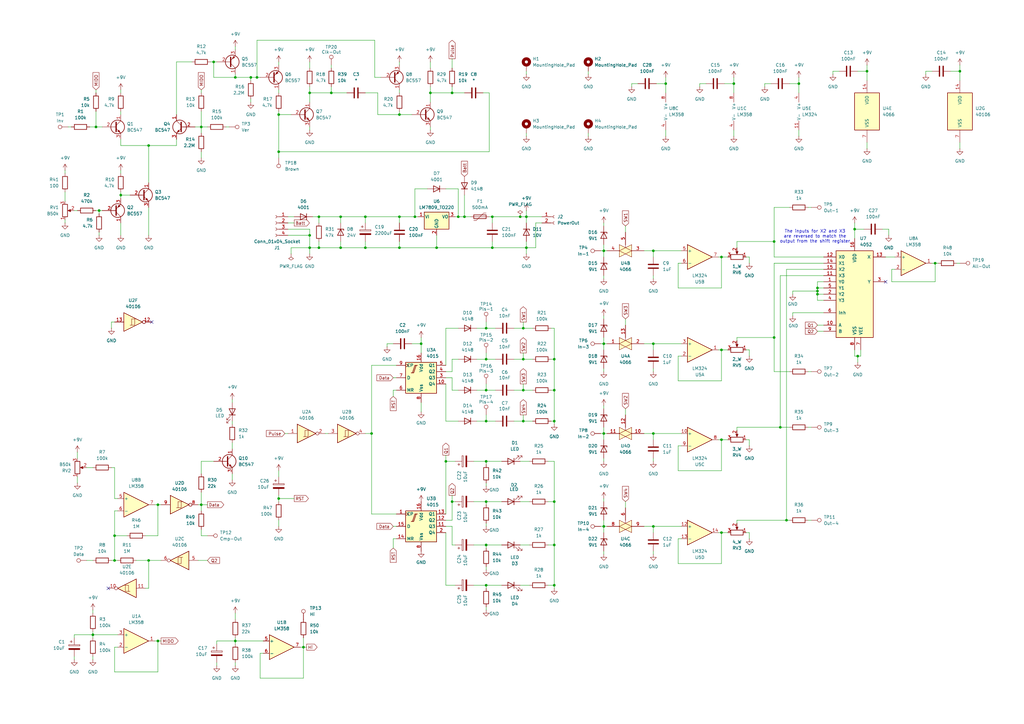
<source format=kicad_sch>
(kicad_sch (version 20250114) (generator "eeschema") (generator_version "9.0")
  (paper "A3")
  (text "The inputs for X2 and X3\nare reversed to match the\noutput from the shift register" (at 334.264 97.028 0) (effects (font (size 1.27 1.27))))
  (junction (at 213.36 88.9))
  (junction (at 267.97 177.8))
  (junction (at 295.91 218.44))
  (junction (at 135.89 38.1))
  (junction (at 295.91 105.41))
  (junction (at 39.37 52.07))
  (junction (at 267.97 140.97))
  (junction (at 49.53 80.01))
  (junction (at 127 101.6))
  (junction (at 185.42 38.1))
  (junction (at 46.99 229.87))
  (junction (at 227.33 205.74))
  (junction (at 127 96.52))
  (junction (at 273.05 34.29))
  (junction (at 38.1 260.35))
  (junction (at 335.28 118.11))
  (junction (at 149.86 88.9))
  (junction (at 64.77 207.01))
  (junction (at 393.7 29.21))
  (junction (at 139.7 101.6))
  (junction (at 215.9 88.9))
  (junction (at 187.96 88.9))
  (junction (at 267.97 215.9))
  (junction (at 96.52 262.89))
  (junction (at 139.7 88.9))
  (junction (at 182.88 189.23))
  (junction (at 214.63 172.72))
  (junction (at 383.54 107.95))
  (junction (at 295.91 180.34))
  (junction (at 60.96 59.69))
  (junction (at 199.39 134.62))
  (junction (at 82.55 52.07))
  (junction (at 64.77 262.89))
  (junction (at 130.81 101.6))
  (junction (at 114.3 204.47))
  (junction (at 199.39 189.23))
  (junction (at 176.53 38.1))
  (junction (at 124.46 265.43))
  (junction (at 267.97 102.87))
  (junction (at 163.83 101.6))
  (junction (at 172.72 140.97))
  (junction (at 335.28 119.38))
  (junction (at 355.6 29.21))
  (junction (at 163.83 46.99))
  (junction (at 295.91 143.51))
  (junction (at 317.5 138.43))
  (junction (at 46.99 219.71))
  (junction (at 199.39 147.32))
  (junction (at 179.07 101.6))
  (junction (at 335.28 120.65))
  (junction (at 60.96 229.87))
  (junction (at 105.41 31.75))
  (junction (at 227.33 147.32))
  (junction (at 247.65 177.8))
  (junction (at 247.65 140.97))
  (junction (at 227.33 160.02))
  (junction (at 214.63 160.02))
  (junction (at 40.64 86.36))
  (junction (at 320.04 175.26))
  (junction (at 227.33 223.52))
  (junction (at 102.87 31.75))
  (junction (at 190.5 88.9))
  (junction (at 351.79 146.05))
  (junction (at 96.52 31.75))
  (junction (at 350.52 93.98))
  (junction (at 214.63 134.62))
  (junction (at 227.33 240.03))
  (junction (at 199.39 160.02))
  (junction (at 82.55 207.01))
  (junction (at 201.93 101.6))
  (junction (at 201.93 88.9))
  (junction (at 322.58 213.36))
  (junction (at 317.5 99.06))
  (junction (at 300.99 34.29))
  (junction (at 163.83 88.9))
  (junction (at 170.18 88.9))
  (junction (at 149.86 101.6))
  (junction (at 215.9 101.6))
  (junction (at 114.3 62.23))
  (junction (at 227.33 172.72))
  (junction (at 199.39 172.72))
  (junction (at 114.3 46.99))
  (junction (at 127 38.1))
  (junction (at 199.39 223.52))
  (junction (at 185.42 205.74))
  (junction (at 327.66 34.29))
  (junction (at 199.39 240.03))
  (junction (at 152.4 177.8))
  (junction (at 247.65 215.9))
  (junction (at 247.65 102.87))
  (junction (at 87.63 25.4))
  (junction (at 199.39 205.74))
  (junction (at 214.63 147.32))
  (junction (at 130.81 88.9))
  (no_connect (at 62.23 132.08))
  (no_connect (at 363.22 115.57))
  (no_connect (at 44.45 241.3))
  (wire (pts (xy 306.07 180.34) (xy 307.34 180.34)))
  (wire (pts (xy 214.63 157.48) (xy 214.63 160.02)))
  (wire (pts (xy 45.72 229.87) (xy 46.99 229.87)))
  (wire (pts (xy 187.96 172.72) (xy 182.88 172.72)))
  (wire (pts (xy 267.97 140.97) (xy 279.4 140.97)))
  (wire (pts (xy 295.91 180.34) (xy 294.64 180.34)))
  (wire (pts (xy 247.65 204.47) (xy 247.65 205.74)))
  (wire (pts (xy 182.88 77.47) (xy 187.96 77.47)))
  (wire (pts (xy 295.91 118.11) (xy 295.91 105.41)))
  (wire (pts (xy 227.33 223.52) (xy 227.33 240.03)))
  (wire (pts (xy 149.86 88.9) (xy 139.7 88.9)))
  (wire (pts (xy 114.3 213.36) (xy 114.3 215.9)))
  (wire (pts (xy 247.65 177.8) (xy 248.92 177.8)))
  (wire (pts (xy 39.37 86.36) (xy 40.64 86.36)))
  (wire (pts (xy 214.63 147.32) (xy 218.44 147.32)))
  (wire (pts (xy 261.62 34.29) (xy 259.08 34.29)))
  (wire (pts (xy 152.4 149.86) (xy 162.56 149.86)))
  (wire (pts (xy 163.83 88.9) (xy 149.86 88.9)))
  (wire (pts (xy 31.75 185.42) (xy 31.75 187.96)))
  (wire (pts (xy 226.06 172.72) (xy 227.33 172.72)))
  (wire (pts (xy 279.4 107.95) (xy 278.13 107.95)))
  (wire (pts (xy 170.18 88.9) (xy 163.83 88.9)))
  (wire (pts (xy 124.46 278.13) (xy 124.46 265.43)))
  (wire (pts (xy 247.65 102.87) (xy 248.92 102.87)))
  (wire (pts (xy 127 101.6) (xy 130.81 101.6)))
  (wire (pts (xy 327.66 34.29) (xy 327.66 38.1)))
  (wire (pts (xy 227.33 160.02) (xy 227.33 172.72)))
  (wire (pts (xy 267.97 215.9) (xy 267.97 218.44)))
  (wire (pts (xy 31.75 195.58) (xy 31.75 198.12)))
  (wire (pts (xy 195.58 160.02) (xy 199.39 160.02)))
  (wire (pts (xy 222.25 91.44) (xy 219.71 91.44)))
  (wire (pts (xy 213.36 205.74) (xy 217.17 205.74)))
  (wire (pts (xy 102.87 31.75) (xy 105.41 31.75)))
  (wire (pts (xy 170.18 88.9) (xy 170.18 77.47)))
  (wire (pts (xy 64.77 207.01) (xy 64.77 219.71)))
  (wire (pts (xy 55.88 229.87) (xy 60.96 229.87)))
  (wire (pts (xy 96.52 251.46) (xy 96.52 254)))
  (wire (pts (xy 361.95 93.98) (xy 364.49 93.98)))
  (wire (pts (xy 317.5 152.4) (xy 323.85 152.4)))
  (wire (pts (xy 199.39 144.78) (xy 199.39 147.32)))
  (wire (pts (xy 214.63 160.02) (xy 218.44 160.02)))
  (wire (pts (xy 96.52 19.05) (xy 96.52 20.32)))
  (wire (pts (xy 48.26 265.43) (xy 46.99 265.43)))
  (wire (pts (xy 46.99 219.71) (xy 46.99 229.87)))
  (wire (pts (xy 96.52 262.89) (xy 96.52 264.16)))
  (wire (pts (xy 306.07 218.44) (xy 307.34 218.44)))
  (wire (pts (xy 149.86 88.9) (xy 149.86 91.44)))
  (wire (pts (xy 82.55 52.07) (xy 82.55 54.61)))
  (wire (pts (xy 149.86 177.8) (xy 152.4 177.8)))
  (wire (pts (xy 185.42 215.9) (xy 185.42 223.52)))
  (wire (pts (xy 49.53 45.72) (xy 49.53 46.99)))
  (wire (pts (xy 130.81 99.06) (xy 130.81 101.6)))
  (wire (pts (xy 182.88 134.62) (xy 187.96 134.62)))
  (wire (pts (xy 106.68 267.97) (xy 106.68 278.13)))
  (wire (pts (xy 127 38.1) (xy 135.89 38.1)))
  (wire (pts (xy 227.33 172.72) (xy 227.33 173.99)))
  (wire (pts (xy 307.34 180.34) (xy 307.34 182.88)))
  (wire (pts (xy 96.52 262.89) (xy 88.9 262.89)))
  (wire (pts (xy 247.65 166.37) (xy 247.65 167.64)))
  (wire (pts (xy 199.39 224.79) (xy 199.39 223.52)))
  (wire (pts (xy 322.58 110.49) (xy 337.82 110.49)))
  (wire (pts (xy 49.53 69.85) (xy 49.53 71.12)))
  (wire (pts (xy 35.56 191.77) (xy 38.1 191.77)))
  (wire (pts (xy 295.91 231.14) (xy 295.91 218.44)))
  (wire (pts (xy 302.26 213.36) (xy 322.58 213.36)))
  (wire (pts (xy 130.81 88.9) (xy 130.81 91.44)))
  (wire (pts (xy 39.37 45.72) (xy 39.37 52.07)))
  (wire (pts (xy 186.69 88.9) (xy 187.96 88.9)))
  (wire (pts (xy 335.28 123.19) (xy 337.82 123.19)))
  (wire (pts (xy 139.7 101.6) (xy 149.86 101.6)))
  (wire (pts (xy 162.56 160.02) (xy 161.29 160.02)))
  (wire (pts (xy 295.91 143.51) (xy 298.45 143.51)))
  (wire (pts (xy 172.72 140.97) (xy 172.72 144.78)))
  (wire (pts (xy 153.67 16.51) (xy 153.67 31.75)))
  (wire (pts (xy 247.65 140.97) (xy 248.92 140.97)))
  (wire (pts (xy 152.4 177.8) (xy 152.4 210.82)))
  (wire (pts (xy 289.56 34.29) (xy 287.02 34.29)))
  (wire (pts (xy 182.88 172.72) (xy 182.88 157.48)))
  (wire (pts (xy 383.54 115.57) (xy 383.54 107.95)))
  (wire (pts (xy 96.52 271.78) (xy 96.52 273.05)))
  (wire (pts (xy 60.96 229.87) (xy 60.96 241.3)))
  (wire (pts (xy 199.39 157.48) (xy 199.39 160.02)))
  (wire (pts (xy 335.28 133.35) (xy 337.82 133.35)))
  (wire (pts (xy 355.6 26.67) (xy 355.6 29.21)))
  (wire (pts (xy 350.52 91.44) (xy 350.52 93.98)))
  (wire (pts (xy 317.5 85.09) (xy 323.85 85.09)))
  (wire (pts (xy 182.88 189.23) (xy 182.88 210.82)))
  (wire (pts (xy 317.5 99.06) (xy 317.5 105.41)))
  (wire (pts (xy 139.7 88.9) (xy 139.7 91.44)))
  (wire (pts (xy 179.07 96.52) (xy 179.07 101.6)))
  (wire (pts (xy 224.79 205.74) (xy 227.33 205.74)))
  (wire (pts (xy 393.7 26.67) (xy 393.7 29.21)))
  (wire (pts (xy 63.5 262.89) (xy 64.77 262.89)))
  (wire (pts (xy 59.69 241.3) (xy 60.96 241.3)))
  (wire (pts (xy 199.39 241.3) (xy 199.39 240.03)))
  (wire (pts (xy 278.13 220.98) (xy 278.13 231.14)))
  (wire (pts (xy 306.07 105.41) (xy 307.34 105.41)))
  (wire (pts (xy 247.65 151.13) (xy 247.65 152.4)))
  (wire (pts (xy 139.7 99.06) (xy 139.7 101.6)))
  (wire (pts (xy 316.23 34.29) (xy 313.69 34.29)))
  (wire (pts (xy 88.9 271.78) (xy 88.9 273.05)))
  (wire (pts (xy 302.26 99.06) (xy 317.5 99.06)))
  (wire (pts (xy 153.67 31.75) (xy 156.21 31.75)))
  (wire (pts (xy 107.95 262.89) (xy 96.52 262.89)))
  (wire (pts (xy 82.55 189.23) (xy 87.63 189.23)))
  (wire (pts (xy 96.52 31.75) (xy 102.87 31.75)))
  (wire (pts (xy 127 93.98) (xy 127 96.52)))
  (wire (pts (xy 39.37 36.83) (xy 39.37 38.1)))
  (wire (pts (xy 185.42 147.32) (xy 185.42 152.4)))
  (wire (pts (xy 127 52.07) (xy 127 53.34)))
  (wire (pts (xy 199.39 205.74) (xy 194.31 205.74)))
  (wire (pts (xy 60.96 85.09) (xy 60.96 96.52)))
  (wire (pts (xy 95.25 163.83) (xy 95.25 165.1)))
  (wire (pts (xy 163.83 99.06) (xy 163.83 101.6)))
  (wire (pts (xy 325.12 128.27) (xy 337.82 128.27)))
  (wire (pts (xy 105.41 31.75) (xy 106.68 31.75)))
  (wire (pts (xy 200.66 88.9) (xy 201.93 88.9)))
  (wire (pts (xy 331.47 85.09) (xy 332.74 85.09)))
  (wire (pts (xy 163.83 88.9) (xy 163.83 91.44)))
  (wire (pts (xy 38.1 259.08) (xy 38.1 260.35)))
  (wire (pts (xy 199.39 160.02) (xy 203.2 160.02)))
  (wire (pts (xy 302.26 138.43) (xy 302.26 139.7)))
  (wire (pts (xy 114.3 204.47) (xy 114.3 205.74)))
  (wire (pts (xy 351.79 146.05) (xy 353.06 146.05)))
  (wire (pts (xy 82.55 36.83) (xy 82.55 38.1)))
  (wire (pts (xy 102.87 31.75) (xy 102.87 33.02)))
  (wire (pts (xy 201.93 88.9) (xy 213.36 88.9)))
  (wire (pts (xy 190.5 80.01) (xy 190.5 88.9)))
  (wire (pts (xy 118.11 91.44) (xy 120.65 91.44)))
  (wire (pts (xy 135.89 26.67) (xy 135.89 27.94)))
  (wire (pts (xy 45.72 132.08) (xy 45.72 134.62)))
  (wire (pts (xy 114.3 193.04) (xy 114.3 195.58)))
  (wire (pts (xy 161.29 140.97) (xy 158.75 140.97)))
  (wire (pts (xy 335.28 118.11) (xy 335.28 119.38)))
  (wire (pts (xy 127 35.56) (xy 127 38.1)))
  (wire (pts (xy 350.52 143.51) (xy 350.52 146.05)))
  (wire (pts (xy 279.4 182.88) (xy 278.13 182.88)))
  (wire (pts (xy 185.42 154.94) (xy 185.42 160.02)))
  (wire (pts (xy 227.33 134.62) (xy 227.33 147.32)))
  (wire (pts (xy 46.99 265.43) (xy 46.99 275.59)))
  (wire (pts (xy 198.12 38.1) (xy 200.66 38.1)))
  (wire (pts (xy 199.39 223.52) (xy 205.74 223.52)))
  (wire (pts (xy 46.99 219.71) (xy 52.07 219.71)))
  (wire (pts (xy 135.89 35.56) (xy 135.89 38.1)))
  (wire (pts (xy 82.55 62.23) (xy 82.55 64.77)))
  (wire (pts (xy 227.33 223.52) (xy 227.33 205.74)))
  (wire (pts (xy 82.55 52.07) (xy 85.09 52.07)))
  (wire (pts (xy 306.07 143.51) (xy 307.34 143.51)))
  (wire (pts (xy 92.71 52.07) (xy 93.98 52.07)))
  (wire (pts (xy 278.13 107.95) (xy 278.13 118.11)))
  (wire (pts (xy 267.97 113.03) (xy 267.97 114.3)))
  (wire (pts (xy 81.28 229.87) (xy 85.09 229.87)))
  (wire (pts (xy 295.91 143.51) (xy 295.91 156.21)))
  (wire (pts (xy 227.33 240.03) (xy 227.33 241.3)))
  (wire (pts (xy 185.42 213.36) (xy 185.42 205.74)))
  (wire (pts (xy 114.3 62.23) (xy 114.3 64.77)))
  (wire (pts (xy 279.4 220.98) (xy 278.13 220.98)))
  (wire (pts (xy 267.97 226.06) (xy 267.97 227.33)))
  (wire (pts (xy 264.16 177.8) (xy 267.97 177.8)))
  (wire (pts (xy 39.37 52.07) (xy 41.91 52.07)))
  (wire (pts (xy 127 101.6) (xy 119.38 101.6)))
  (wire (pts (xy 392.43 107.95) (xy 393.7 107.95)))
  (wire (pts (xy 102.87 40.64) (xy 102.87 41.91)))
  (wire (pts (xy 307.34 218.44) (xy 307.34 220.98)))
  (wire (pts (xy 199.39 198.12) (xy 199.39 199.39)))
  (wire (pts (xy 128.27 88.9) (xy 130.81 88.9)))
  (wire (pts (xy 199.39 205.74) (xy 205.74 205.74)))
  (wire (pts (xy 118.11 88.9) (xy 120.65 88.9)))
  (wire (pts (xy 72.39 46.99) (xy 72.39 25.4)))
  (wire (pts (xy 187.96 77.47) (xy 187.96 88.9)))
  (wire (pts (xy 187.96 147.32) (xy 185.42 147.32)))
  (wire (pts (xy 48.26 209.55) (xy 46.99 209.55)))
  (wire (pts (xy 182.88 152.4) (xy 185.42 152.4)))
  (wire (pts (xy 199.39 223.52) (xy 194.31 223.52)))
  (wire (pts (xy 30.48 260.35) (xy 30.48 261.62)))
  (wire (pts (xy 95.25 194.31) (xy 95.25 196.85)))
  (wire (pts (xy 72.39 57.15) (xy 72.39 59.69)))
  (wire (pts (xy 259.08 34.29) (xy 259.08 35.56)))
  (wire (pts (xy 335.28 120.65) (xy 337.82 120.65)))
  (wire (pts (xy 227.33 147.32) (xy 227.33 160.02)))
  (wire (pts (xy 317.5 99.06) (xy 317.5 85.09)))
  (wire (pts (xy 335.28 135.89) (xy 337.82 135.89)))
  (wire (pts (xy 64.77 207.01) (xy 66.04 207.01)))
  (wire (pts (xy 127 101.6) (xy 127 104.14)))
  (wire (pts (xy 247.65 177.8) (xy 247.65 180.34)))
  (wire (pts (xy 182.88 154.94) (xy 185.42 154.94)))
  (wire (pts (xy 82.55 207.01) (xy 82.55 209.55)))
  (wire (pts (xy 317.5 107.95) (xy 317.5 138.43)))
  (wire (pts (xy 64.77 275.59) (xy 64.77 262.89)))
  (wire (pts (xy 278.13 231.14) (xy 295.91 231.14)))
  (wire (pts (xy 337.82 113.03) (xy 320.04 113.03)))
  (wire (pts (xy 63.5 207.01) (xy 64.77 207.01)))
  (wire (pts (xy 331.47 175.26) (xy 332.74 175.26)))
  (wire (pts (xy 273.05 53.34) (xy 273.05 55.88)))
  (wire (pts (xy 247.65 100.33) (xy 247.65 102.87)))
  (wire (pts (xy 105.41 16.51) (xy 153.67 16.51)))
  (wire (pts (xy 80.01 52.07) (xy 82.55 52.07)))
  (wire (pts (xy 168.91 46.99) (xy 163.83 46.99)))
  (wire (pts (xy 205.74 189.23) (xy 199.39 189.23)))
  (wire (pts (xy 214.63 132.08) (xy 214.63 134.62)))
  (wire (pts (xy 325.12 119.38) (xy 325.12 120.65)))
  (wire (pts (xy 224.79 240.03) (xy 227.33 240.03)))
  (wire (pts (xy 163.83 101.6) (xy 179.07 101.6)))
  (wire (pts (xy 35.56 229.87) (xy 38.1 229.87)))
  (wire (pts (xy 26.67 90.17) (xy 26.67 91.44)))
  (wire (pts (xy 26.67 78.74) (xy 26.67 82.55)))
  (wire (pts (xy 317.5 107.95) (xy 337.82 107.95)))
  (wire (pts (xy 256.54 205.74) (xy 256.54 208.28)))
  (wire (pts (xy 302.26 175.26) (xy 320.04 175.26)))
  (wire (pts (xy 203.2 147.32) (xy 199.39 147.32)))
  (wire (pts (xy 199.39 214.63) (xy 199.39 215.9)))
  (wire (pts (xy 214.63 144.78) (xy 214.63 147.32)))
  (wire (pts (xy 226.06 160.02) (xy 227.33 160.02)))
  (wire (pts (xy 130.81 88.9) (xy 139.7 88.9)))
  (wire (pts (xy 185.42 223.52) (xy 186.69 223.52)))
  (wire (pts (xy 215.9 88.9) (xy 215.9 91.44)))
  (wire (pts (xy 354.33 93.98) (xy 350.52 93.98)))
  (wire (pts (xy 264.16 215.9) (xy 267.97 215.9)))
  (wire (pts (xy 182.88 218.44) (xy 182.88 240.03)))
  (wire (pts (xy 351.79 29.21) (xy 355.6 29.21)))
  (wire (pts (xy 389.89 29.21) (xy 393.7 29.21)))
  (wire (pts (xy 302.26 138.43) (xy 317.5 138.43)))
  (wire (pts (xy 247.65 226.06) (xy 247.65 227.33)))
  (wire (pts (xy 267.97 187.96) (xy 267.97 189.23)))
  (wire (pts (xy 172.72 138.43) (xy 172.72 140.97)))
  (wire (pts (xy 214.63 170.18) (xy 214.63 172.72)))
  (wire (pts (xy 256.54 92.71) (xy 256.54 95.25)))
  (wire (pts (xy 317.5 105.41) (xy 337.82 105.41)))
  (wire (pts (xy 201.93 99.06) (xy 201.93 101.6)))
  (wire (pts (xy 46.99 275.59) (xy 64.77 275.59)))
  (wire (pts (xy 195.58 147.32) (xy 199.39 147.32)))
  (wire (pts (xy 185.42 203.2) (xy 185.42 205.74)))
  (wire (pts (xy 95.25 172.72) (xy 95.25 173.99)))
  (wire (pts (xy 161.29 154.94) (xy 162.56 154.94)))
  (wire (pts (xy 46.99 229.87) (xy 48.26 229.87)))
  (wire (pts (xy 350.52 146.05) (xy 351.79 146.05)))
  (wire (pts (xy 295.91 218.44) (xy 294.64 218.44)))
  (wire (pts (xy 194.31 240.03) (xy 199.39 240.03)))
  (wire (pts (xy 226.06 134.62) (xy 227.33 134.62)))
  (wire (pts (xy 86.36 25.4) (xy 87.63 25.4)))
  (wire (pts (xy 95.25 181.61) (xy 95.25 184.15)))
  (wire (pts (xy 313.69 34.29) (xy 313.69 35.56)))
  (wire (pts (xy 172.72 165.1) (xy 172.72 168.91)))
  (wire (pts (xy 215.9 88.9) (xy 222.25 88.9)))
  (wire (pts (xy 199.39 232.41) (xy 199.39 233.68)))
  (wire (pts (xy 295.91 105.41) (xy 298.45 105.41)))
  (wire (pts (xy 49.53 80.01) (xy 53.34 80.01)))
  (wire (pts (xy 176.53 25.4) (xy 176.53 27.94)))
  (wire (pts (xy 320.04 175.26) (xy 323.85 175.26)))
  (wire (pts (xy 162.56 210.82) (xy 152.4 210.82)))
  (wire (pts (xy 247.65 140.97) (xy 247.65 143.51)))
  (wire (pts (xy 60.96 229.87) (xy 66.04 229.87)))
  (wire (pts (xy 273.05 31.75) (xy 273.05 34.29)))
  (wire (pts (xy 335.28 119.38) (xy 335.28 120.65)))
  (wire (pts (xy 331.47 213.36) (xy 332.74 213.36)))
  (wire (pts (xy 213.36 240.03) (xy 217.17 240.03)))
  (wire (pts (xy 60.96 59.69) (xy 72.39 59.69)))
  (wire (pts (xy 185.42 205.74) (xy 186.69 205.74)))
  (wire (pts (xy 267.97 102.87) (xy 279.4 102.87)))
  (wire (pts (xy 247.65 187.96) (xy 247.65 189.23)))
  (wire (pts (xy 179.07 101.6) (xy 201.93 101.6)))
  (wire (pts (xy 214.63 172.72) (xy 218.44 172.72)))
  (wire (pts (xy 267.97 177.8) (xy 279.4 177.8)))
  (wire (pts (xy 127 38.1) (xy 127 41.91)))
  (wire (pts (xy 246.38 140.97) (xy 247.65 140.97)))
  (wire (pts (xy 323.85 213.36) (xy 322.58 213.36)))
  (wire (pts (xy 199.39 248.92) (xy 199.39 250.19)))
  (wire (pts (xy 82.55 219.71) (xy 82.55 217.17)))
  (wire (pts (xy 49.53 78.74) (xy 49.53 80.01)))
  (wire (pts (xy 88.9 262.89) (xy 88.9 264.16)))
  (wire (pts (xy 355.6 58.42) (xy 355.6 60.96)))
  (wire (pts (xy 337.82 115.57) (xy 335.28 115.57)))
  (wire (pts (xy 152.4 149.86) (xy 152.4 177.8)))
  (wire (pts (xy 87.63 25.4) (xy 88.9 25.4)))
  (wire (pts (xy 26.67 69.85) (xy 26.67 71.12)))
  (wire (pts (xy 176.53 38.1) (xy 185.42 38.1)))
  (wire (pts (xy 182.88 186.69) (xy 182.88 189.23)))
  (wire (pts (xy 40.64 86.36) (xy 40.64 87.63)))
  (wire (pts (xy 163.83 46.99) (xy 163.83 45.72)))
  (wire (pts (xy 154.94 38.1) (xy 154.94 46.99)))
  (wire (pts (xy 199.39 170.18) (xy 199.39 172.72)))
  (wire (pts (xy 176.53 38.1) (xy 176.53 41.91)))
  (wire (pts (xy 295.91 193.04) (xy 295.91 180.34)))
  (wire (pts (xy 267.97 151.13) (xy 267.97 152.4)))
  (wire (pts (xy 302.26 214.63) (xy 302.26 213.36)))
  (wire (pts (xy 46.99 191.77) (xy 45.72 191.77)))
  (wire (pts (xy 161.29 220.98) (xy 161.29 224.79)))
  (wire (pts (xy 267.97 140.97) (xy 267.97 143.51)))
  (wire (pts (xy 344.17 29.21) (xy 341.63 29.21)))
  (wire (pts (xy 64.77 262.89) (xy 66.04 262.89)))
  (wire (pts (xy 307.34 105.41) (xy 307.34 107.95)))
  (wire (pts (xy 27.94 52.07) (xy 29.21 52.07)))
  (wire (pts (xy 49.53 36.83) (xy 49.53 38.1)))
  (wire (pts (xy 135.89 38.1) (xy 142.24 38.1)))
  (wire (pts (xy 182.88 240.03) (xy 186.69 240.03)))
  (wire (pts (xy 215.9 99.06) (xy 215.9 101.6)))
  (wire (pts (xy 40.64 86.36) (xy 41.91 86.36)))
  (wire (pts (xy 213.36 189.23) (xy 217.17 189.23)))
  (wire (pts (xy 273.05 34.29) (xy 273.05 38.1)))
  (wire (pts (xy 199.39 190.5) (xy 199.39 189.23)))
  (wire (pts (xy 215.9 101.6) (xy 215.9 104.14)))
  (wire (pts (xy 295.91 143.51) (xy 294.64 143.51)))
  (wire (pts (xy 81.28 207.01) (xy 82.55 207.01)))
  (wire (pts (xy 114.3 45.72) (xy 114.3 46.99)))
  (wire (pts (xy 176.53 52.07) (xy 176.53 53.34)))
  (wire (pts (xy 118.11 96.52) (xy 127 96.52)))
  (wire (pts (xy 246.38 177.8) (xy 247.65 177.8)))
  (wire (pts (xy 158.75 140.97) (xy 158.75 142.24)))
  (wire (pts (xy 215.9 86.36) (xy 215.9 88.9)))
  (wire (pts (xy 163.83 25.4) (xy 163.83 26.67)))
  (wire (pts (xy 185.42 160.02) (xy 187.96 160.02)))
  (wire (pts (xy 163.83 36.83) (xy 163.83 38.1)))
  (wire (pts (xy 227.33 189.23) (xy 224.79 189.23)))
  (wire (pts (xy 227.33 223.52) (xy 224.79 223.52)))
  (wire (pts (xy 350.52 93.98) (xy 350.52 97.79)))
  (wire (pts (xy 187.96 88.9) (xy 190.5 88.9)))
  (wire (pts (xy 40.64 95.25) (xy 40.64 96.52)))
  (wire (pts (xy 185.42 35.56) (xy 185.42 38.1)))
  (wire (pts (xy 298.45 218.44) (xy 295.91 218.44)))
  (wire (pts (xy 210.82 134.62) (xy 214.63 134.62)))
  (wire (pts (xy 295.91 105.41) (xy 294.64 105.41)))
  (wire (pts (xy 85.09 219.71) (xy 82.55 219.71)))
  (wire (pts (xy 114.3 36.83) (xy 114.3 38.1)))
  (wire (pts (xy 149.86 101.6) (xy 163.83 101.6)))
  (wire (pts (xy 195.58 134.62) (xy 199.39 134.62)))
  (wire (pts (xy 170.18 77.47) (xy 175.26 77.47)))
  (wire (pts (xy 46.99 204.47) (xy 48.26 204.47)))
  (wire (pts (xy 201.93 101.6) (xy 215.9 101.6)))
  (wire (pts (xy 199.39 132.08) (xy 199.39 134.62)))
  (wire (pts (xy 118.11 93.98) (xy 127 93.98)))
  (wire (pts (xy 190.5 88.9) (xy 193.04 88.9)))
  (wire (pts (xy 30.48 269.24) (xy 30.48 270.51)))
  (wire (pts (xy 49.53 91.44) (xy 49.53 96.52)))
  (wire (pts (xy 213.36 88.9) (xy 215.9 88.9)))
  (wire (pts (xy 247.65 102.87) (xy 247.65 105.41)))
  (wire (pts (xy 335.28 115.57) (xy 335.28 118.11)))
  (wire (pts (xy 200.66 38.1) (xy 200.66 62.23)))
  (wire (pts (xy 363.22 105.41) (xy 367.03 105.41)))
  (wire (pts (xy 247.65 215.9) (xy 248.92 215.9)))
  (wire (pts (xy 320.04 113.03) (xy 320.04 175.26)))
  (wire (pts (xy 199.39 207.01) (xy 199.39 205.74)))
  (wire (pts (xy 203.2 172.72) (xy 199.39 172.72)))
  (wire (pts (xy 227.33 205.74) (xy 227.33 189.23)))
  (wire (pts (xy 82.55 201.93) (xy 82.55 207.01)))
  (wire (pts (xy 124.46 265.43) (xy 123.19 265.43)))
  (wire (pts (xy 38.1 260.35) (xy 48.26 260.35)))
  (wire (pts (xy 38.1 260.35) (xy 38.1 261.62)))
  (wire (pts (xy 182.88 134.62) (xy 182.88 149.86)))
  (wire (pts (xy 214.63 134.62) (xy 218.44 134.62)))
  (wire (pts (xy 36.83 52.07) (xy 39.37 52.07)))
  (wire (pts (xy 267.97 102.87) (xy 267.97 105.41)))
  (wire (pts (xy 325.12 119.38) (xy 335.28 119.38)))
  (wire (pts (xy 72.39 25.4) (xy 78.74 25.4)))
  (wire (pts (xy 38.1 250.19) (xy 38.1 251.46)))
  (wire (pts (xy 182.88 189.23) (xy 186.69 189.23)))
  (wire (pts (xy 114.3 46.99) (xy 114.3 62.23)))
  (wire (pts (xy 393.7 29.21) (xy 393.7 33.02)))
  (wire (pts (xy 185.42 38.1) (xy 190.5 38.1)))
  (wire (pts (xy 241.3 29.21) (xy 241.3 30.48)))
  (wire (pts (xy 331.47 152.4) (xy 332.74 152.4)))
  (wire (pts (xy 302.26 175.26) (xy 302.26 176.53)))
  (wire (pts (xy 278.13 193.04) (xy 295.91 193.04)))
  (wire (pts (xy 210.82 172.72) (xy 214.63 172.72)))
  (wire (pts (xy 256.54 167.64) (xy 256.54 170.18)))
  (wire (pts (xy 300.99 34.29) (xy 300.99 38.1)))
  (wire (pts (xy 382.27 29.21) (xy 379.73 29.21)))
  (wire (pts (xy 114.3 204.47) (xy 120.65 204.47)))
  (wire (pts (xy 127 25.4) (xy 127 27.94)))
  (wire (pts (xy 59.69 219.71) (xy 64.77 219.71)))
  (wire (pts (xy 200.66 62.23) (xy 114.3 62.23)))
  (wire (pts (xy 168.91 140.97) (xy 172.72 140.97)))
  (wire (pts (xy 269.24 34.29) (xy 273.05 34.29)))
  (wire (pts (xy 365.76 115.57) (xy 383.54 115.57)))
  (wire (pts (xy 367.03 110.49) (xy 365.76 110.49)))
  (wire (pts (xy 87.63 31.75) (xy 96.52 31.75)))
  (wire (pts (xy 154.94 46.99) (xy 163.83 46.99)))
  (wire (pts (xy 96.52 31.75) (xy 96.52 30.48)))
  (wire (pts (xy 279.4 146.05) (xy 278.13 146.05)))
  (wire (pts (xy 295.91 180.34) (xy 298.45 180.34)))
  (wire (pts (xy 247.65 129.54) (xy 247.65 130.81)))
  (wire (pts (xy 30.48 86.36) (xy 31.75 86.36)))
  (wire (pts (xy 96.52 262.89) (xy 96.52 261.62)))
  (wire (pts (xy 46.99 191.77) (xy 46.99 204.47)))
  (wire (pts (xy 383.54 107.95) (xy 384.81 107.95)))
  (wire (pts (xy 106.68 278.13) (xy 124.46 278.13)))
  (wire (pts (xy 49.53 80.01) (xy 49.53 81.28)))
  (wire (pts (xy 246.38 215.9) (xy 247.65 215.9)))
  (wire (pts (xy 161.29 160.02) (xy 161.29 162.56)))
  (wire (pts (xy 278.13 182.88) (xy 278.13 193.04)))
  (wire (pts (xy 297.18 34.29) (xy 300.99 34.29)))
  (wire (pts (xy 105.41 31.75) (xy 105.41 16.51)))
  (wire (pts (xy 194.31 189.23) (xy 199.39 189.23)))
  (wire (pts (xy 335.28 118.11) (xy 337.82 118.11)))
  (wire (pts (xy 201.93 88.9) (xy 201.93 91.44)))
  (wire (pts (xy 300.99 31.75) (xy 300.99 34.29)))
  (wire (pts (xy 182.88 215.9) (xy 185.42 215.9)))
  (wire (pts (xy 116.84 177.8) (xy 118.11 177.8)))
  (wire (pts (xy 323.85 34.29) (xy 327.66 34.29)))
  (wire (pts (xy 383.54 107.95) (xy 382.27 107.95)))
  (wire (pts (xy 149.86 99.06) (xy 149.86 101.6)))
  (wire (pts (xy 185.42 24.13) (xy 185.42 27.94)))
  (wire (pts (xy 247.65 175.26) (xy 247.65 177.8)))
  (wire (pts (xy 215.9 29.21) (xy 215.9 30.48)))
  (wire (pts (xy 278.13 146.05) (xy 278.13 156.21)))
  (wire (pts (xy 365.76 110.49) (xy 365.76 115.57)))
  (wire (pts (xy 241.3 54.61) (xy 241.3 55.88)))
  (wire (pts (xy 219.71 91.44) (xy 219.71 101.6)))
  (wire (pts (xy 114.3 203.2) (xy 114.3 204.47)))
  (wire (pts (xy 114.3 25.4) (xy 114.3 26.67)))
  (wire (pts (xy 119.38 101.6) (xy 119.38 104.14)))
  (wire (pts (xy 199.39 240.03) (xy 205.74 240.03)))
  (wire (pts (xy 351.79 146.05) (xy 351.79 148.59)))
  (wire (pts (xy 307.34 143.51) (xy 307.34 146.05)))
  (wire (pts (xy 46.99 132.08) (xy 45.72 132.08)))
  (wire (pts (xy 107.95 267.97) (xy 106.68 267.97)))
  (wire (pts (xy 325.12 128.27) (xy 325.12 129.54)))
  (wire (pts (xy 114.3 46.99) (xy 119.38 46.99)))
  (wire (pts (xy 264.16 140.97) (xy 267.97 140.97)))
  (wire (pts (xy 379.73 29.21) (xy 379.73 30.48)))
  (wire (pts (xy 213.36 223.52) (xy 217.17 223.52)))
  (wire (pts (xy 327.66 53.34) (xy 327.66 55.88)))
  (wire (pts (xy 210.82 147.32) (xy 214.63 147.32)))
  (wire (pts (xy 215.9 54.61) (xy 215.9 55.88)))
  (wire (pts (xy 82.55 45.72) (xy 82.55 52.07)))
  (wire (pts (xy 264.16 102.87) (xy 267.97 102.87)))
  (wire (pts (xy 335.28 120.65) (xy 335.28 123.19)))
  (wire (pts (xy 219.71 101.6) (xy 215.9 101.6)))
  (wire (pts (xy 161.29 215.9) (xy 162.56 215.9)))
  (wire (pts (xy 130.81 101.6) (xy 139.7 101.6)))
  (wire (pts (xy 341.63 29.21) (xy 341.63 30.48)))
  (wire (pts (xy 38.1 260.35) (xy 30.48 260.35)))
  (wire (pts (xy 247.65 91.44) (xy 247.65 92.71)))
  (wire (pts (xy 195.58 172.72) (xy 199.39 172.72)))
  (wire (pts (xy 127 96.52) (xy 127 101.6)))
  (wire (pts (xy 278.13 156.21) (xy 295.91 156.21)))
  (wire (pts (xy 49.53 59.69) (xy 60.96 59.69)))
  (wire (pts (xy 355.6 29.21) (xy 355.6 33.02)))
  (wire (pts (xy 267.97 215.9) (xy 279.4 215.9)))
  (wire (pts (xy 176.53 35.56) (xy 176.53 38.1)))
  (wire (pts (xy 327.66 31.75) (xy 327.66 34.29)))
  (wire (pts (xy 300.99 53.34) (xy 300.99 55.88)))
  (wire (pts (xy 162.56 220.98) (xy 161.29 220.98)))
  (wire (pts (xy 199.39 134.62) (xy 203.2 134.62)))
  (wire (pts (xy 364.49 93.98) (xy 364.49 96.52)))
  (wire (pts (xy 317.5 138.43) (xy 317.5 152.4)))
  (wire (pts (xy 210.82 160.02) (xy 214.63 160.02)))
  (wire (pts (xy 49.53 59.69) (xy 49.53 57.15)))
  (wire (pts (xy 247.65 215.9) (xy 247.65 218.44)))
  (wire (pts (xy 124.46 265.43) (xy 125.73 265.43)))
  (wire (pts (xy 82.55 207.01) (xy 85.09 207.01)))
  (wire (pts (xy 171.45 88.9) (xy 170.18 88.9)))
  (wire (pts (xy 133.35 177.8) (xy 134.62 177.8)))
  (wire (pts (xy 353.06 143.51) (xy 353.06 146.05)))
  (wire (pts (xy 124.46 261.62) (xy 124.46 265.43)))
  (wire (pts (xy 247.65 113.03) (xy 247.65 114.3)))
  (wire (pts (xy 246.38 102.87) (xy 247.65 102.87)))
  (wire (pts (xy 60.96 59.69) (xy 60.96 74.93)))
  (wire (pts (xy 182.88 213.36) (xy 185.42 213.36)))
  (wire (pts (xy 322.58 213.36) (xy 322.58 110.49)))
  (wire (pts (xy 247.65 213.36) (xy 247.65 215.9)))
  (wire (pts (xy 87.63 25.4) (xy 87.63 31.75)))
  (wire (pts (xy 38.1 269.24) (xy 38.1 270.51)))
  (wire (pts (xy 267.97 177.8) (xy 267.97 180.34)))
  (wire (pts (xy 256.54 130.81) (xy 256.54 133.35)))
  (wire (pts (xy 149.86 38.1) (xy 154.94 38.1)))
  (wire (pts (xy 226.06 147.32) (xy 227.33 147.32)))
  (wire (pts (xy 278.13 118.11) (xy 295.91 118.11)))
  (wire (pts (xy 82.55 189.23) (xy 82.55 194.31)))
  (wire (pts (xy 46.99 209.55) (xy 46.99 219.71)))
  (wire (pts (xy 393.7 58.42) (xy 393.7 60.96)))
  (wire (pts (xy 287.02 34.29) (xy 287.02 35.56)))
  (wire (pts (xy 302.26 99.06) (xy 302.26 101.6)))
  (wire (pts (xy 247.65 138.43) (xy 247.65 140.97)))
  (global_label "MIDO" (shape output) (at 66.04 262.89 0) (property "Intersheetrefs" "${INTERSHEET_REFS}" (effects (hide yes))))
  (global_label "SW1" (shape output) (at 214.63 132.08 90) (property "Intersheetrefs" "${INTERSHEET_REFS}" (effects (hide yes))))
  (global_label "Batt" (shape output) (at 120.65 91.44 0) (property "Intersheetrefs" "${INTERSHEET_REFS}" (effects (hide yes))))
  (global_label "Data" (shape output) (at 85.09 207.01 0) (property "Intersheetrefs" "${INTERSHEET_REFS}" (effects (hide yes))))
  (global_label "Batt" (shape input) (at 190.5 72.39 90) (property "Intersheetrefs" "${INTERSHEET_REFS}" (effects (hide yes))))
  (global_label "Q1" (shape output) (at 182.88 186.69 90) (property "Intersheetrefs" "${INTERSHEET_REFS}" (effects (hide yes))))
  (global_label "Data" (shape input) (at 161.29 154.94 180) (property "Intersheetrefs" "${INTERSHEET_REFS}" (effects (hide yes))))
  (global_label "SW4" (shape input) (at 256.54 205.74 90) (property "Intersheetrefs" "${INTERSHEET_REFS}" (effects (hide yes))))
  (global_label "SW1" (shape input) (at 256.54 92.71 90) (property "Intersheetrefs" "${INTERSHEET_REFS}" (effects (hide yes))))
  (global_label "RST" (shape input) (at 161.29 162.56 270) (property "Intersheetrefs" "${INTERSHEET_REFS}" (effects (hide yes))))
  (global_label "SW4" (shape output) (at 214.63 170.18 90) (property "Intersheetrefs" "${INTERSHEET_REFS}" (effects (hide yes))))
  (global_label "Q2" (shape output) (at 185.42 203.2 90) (property "Intersheetrefs" "${INTERSHEET_REFS}" (effects (hide yes))))
  (global_label "SW3" (shape input) (at 256.54 130.81 90) (property "Intersheetrefs" "${INTERSHEET_REFS}" (effects (hide yes))))
  (global_label "Q2" (shape input) (at 335.28 135.89 180) (property "Intersheetrefs" "${INTERSHEET_REFS}" (effects (hide yes))))
  (global_label "MIDO" (shape input) (at 39.37 36.83 90) (property "Intersheetrefs" "${INTERSHEET_REFS}" (effects (hide yes))))
  (global_label "RST" (shape output) (at 120.65 204.47 0) (property "Intersheetrefs" "${INTERSHEET_REFS}" (effects (hide yes))))
  (global_label "Q2" (shape input) (at 85.09 229.87 0) (property "Intersheetrefs" "${INTERSHEET_REFS}" (effects (hide yes))))
  (global_label "SW2" (shape input) (at 256.54 167.64 90) (property "Intersheetrefs" "${INTERSHEET_REFS}" (effects (hide yes))))
  (global_label "Data" (shape input) (at 161.29 215.9 180) (property "Intersheetrefs" "${INTERSHEET_REFS}" (effects (hide yes))))
  (global_label "SW3" (shape output) (at 214.63 157.48 90) (property "Intersheetrefs" "${INTERSHEET_REFS}" (effects (hide yes))))
  (global_label "SW2" (shape output) (at 214.63 144.78 90) (property "Intersheetrefs" "${INTERSHEET_REFS}" (effects (hide yes))))
  (global_label "Q1" (shape input) (at 335.28 133.35 180) (property "Intersheetrefs" "${INTERSHEET_REFS}" (effects (hide yes))))
  (global_label "Pulse" (shape input) (at 116.84 177.8 180) (property "Intersheetrefs" "${INTERSHEET_REFS}" (effects (hide yes))))
  (global_label "RST" (shape input) (at 161.29 224.79 270) (property "Intersheetrefs" "${INTERSHEET_REFS}" (effects (hide yes))))
  (global_label "Hi" (shape output) (at 125.73 265.43 0) (property "Intersheetrefs" "${INTERSHEET_REFS}" (effects (hide yes))))
  (global_label "Pulse" (shape output) (at 185.42 24.13 90) (property "Intersheetrefs" "${INTERSHEET_REFS}" (effects (hide yes))))
  (global_label "MIDO" (shape input) (at 82.55 36.83 90) (property "Intersheetrefs" "${INTERSHEET_REFS}" (effects (hide yes))))
  (symbol (lib_id "Device:LED") (at 95.25 168.91 270) (mirror x) (unit 1)
    (property "Reference" "D5" (at 89.916 168.148 90))
    (property "Value" "LED" (at 90.17 170.4975 90))
    (property "Footprint" "diy-nabra:led" (effects (hide yes)))
    (property "Description" "Light emitting diode" (effects (hide yes)))
  )
  (symbol (lib_id "power:GND") (at 247.65 227.33 0) (unit 1)
    (property "Reference" "#PWR067" (effects (hide yes)))
    (property "Value" "GND" (at 247.65 232.41 0))
    (property "Description" "Power symbol creates a global label with name \"GND\" , ground" (effects (hide yes)))
  )
  (symbol (lib_id "Amplifier_Operational:LM358") (at 115.57 265.43 0) (unit 2)
    (property "Reference" "U1" (at 115.57 255.27 0))
    (property "Value" "LM358" (at 115.57 257.81 0))
    (property "Footprint" "diy-nabra:dip8" (effects (hide yes)))
    (property "Datasheet" "http://www.ti.com/lit/ds/symlink/lm2904-n.pdf" (effects (hide yes)))
    (property "Description" "Low-Power, Dual Operational Amplifiers, DIP-8/SOIC-8/TO-99-8" (effects (hide yes)))
  )
  (symbol (lib_id "Device:Polyfuse") (at 196.85 88.9 90) (unit 1)
    (property "Reference" "F1" (at 196.85 82.55 90))
    (property "Value" "500mA" (at 196.85 85.09 90))
    (property "Footprint" "Fuse:Fuse_Bourns_MF-RG500" (effects (hide yes)))
    (property "Description" "Resettable fuse, polymeric positive temperature coefficient" (effects (hide yes)))
  )
  (symbol (lib_id "power:PWR_FLAG") (at 213.36 88.9 0) (unit 1)
    (property "Reference" "#FLG02" (effects (hide yes)))
    (property "Value" "PWR_FLAG" (at 213.36 83.82 0))
    (property "Description" "Special symbol for telling ERC where power comes from" (effects (hide yes)))
  )
  (symbol (lib_id "Device:R") (at 102.87 36.83 0) (mirror x) (unit 1)
    (property "Reference" "R16" (at 100.33 35.5599 0) (effects (justify right)))
    (property "Value" "2.2M" (at 100.33 38.0999 0) (effects (justify right)))
    (property "Footprint" "diy-nabra:r3" (effects (hide yes)))
    (property "Description" "Resistor" (effects (hide yes)))
  )
  (symbol (lib_id "Device:R") (at 82.55 25.4 90) (unit 1)
    (property "Reference" "R12" (at 82.55 19.05 90))
    (property "Value" "4.7k" (at 82.55 21.59 90))
    (property "Footprint" "diy-nabra:r3" (effects (hide yes)))
    (property "Description" "Resistor" (effects (hide yes)))
  )
  (symbol (lib_id "Device:D_Zener") (at 215.9 95.25 270) (unit 1)
    (property "Reference" "D11" (at 218.44 93.9799 90) (effects (justify left)))
    (property "Value" "10V" (at 218.44 96.5199 90) (effects (justify left)))
    (property "Footprint" "diy-nabra:doz3" (effects (hide yes)))
    (property "Description" "Zener diode" (effects (hide yes)))
  )
  (symbol (lib_id "Connector:TestPoint") (at 332.74 152.4 270) (unit 1)
    (property "Reference" "TP7" (at 337.82 151.1299 90) (effects (justify left)))
    (property "Value" "Out-2" (at 337.82 153.6699 90) (effects (justify left)))
    (property "Footprint" "diy-nabra:wtrin2" (effects (hide yes)))
    (property "Description" "test point" (effects (hide yes)))
  )
  (symbol (lib_id "Diode:1N4001") (at 179.07 77.47 180) (unit 1)
    (property "Reference" "D7" (at 179.07 71.12 0))
    (property "Value" "4001" (at 179.07 73.66 0))
    (property "Footprint" "diy-nabra:do3" (effects (hide yes)))
    (property "Sim.Device" "D" (effects (hide yes)))
    (property "Sim.Pins" "1=K 2=A" (effects (hide yes)))
  )
  (symbol (lib_id "power:GND") (at 267.97 152.4 0) (unit 1)
    (property "Reference" "#PWR036" (effects (hide yes)))
    (property "Value" "GND" (at 267.97 157.48 0))
    (property "Description" "Power symbol creates a global label with name \"GND\" , ground" (effects (hide yes)))
  )
  (symbol (lib_id "Connector:TestPoint") (at 199.39 157.48 0) (unit 1)
    (property "Reference" "TP16" (at 199.39 150.114 0))
    (property "Value" "Pls-3" (at 199.39 152.146 0))
    (property "Footprint" "diy-nabra:wcirc3in" (effects (hide yes)))
    (property "Description" "test point" (effects (hide yes)))
  )
  (symbol (lib_id "Connector:Conn_01x04_Socket") (at 113.03 91.44 0) (mirror y) (unit 1)
    (property "Reference" "J1" (at 113.665 101.6 0))
    (property "Value" "Conn_01x04_Socket" (at 113.665 99.06 0))
    (property "Footprint" "diy-nabra:powern" (effects (hide yes)))
    (property "Description" "Generic connector, single row, 01x04, script generated" (effects (hide yes)))
  )
  (symbol (lib_id "power:+9V") (at 273.05 31.75 0) (unit 1)
    (property "Reference" "#PWR084" (effects (hide yes)))
    (property "Value" "+9V" (at 273.05 26.67 0))
    (property "Description" "Power symbol creates a global label with name \"+9V\"" (effects (hide yes)))
  )
  (symbol (lib_id "power:+9V") (at 247.65 91.44 0) (unit 1)
    (property "Reference" "#PWR061" (effects (hide yes)))
    (property "Value" "+9V" (at 247.65 86.36 0))
    (property "Description" "Power symbol creates a global label with name \"+9V\"" (effects (hide yes)))
  )
  (symbol (lib_id "Device:C") (at 207.01 134.62 90) (unit 1)
    (property "Reference" "C4" (at 207.01 127 90))
    (property "Value" "10nF" (at 207.01 129.54 90))
    (property "Footprint" "diy-nabra:cpoly103" (effects (hide yes)))
    (property "Description" "Unpolarized capacitor" (effects (hide yes)))
  )
  (symbol (lib_id "Transistor_BJT:BC547") (at 173.99 46.99 0) (unit 1)
    (property "Reference" "Q9" (at 179.07 45.7199 0) (effects (justify left)))
    (property "Value" "BC547" (at 179.07 48.2599 0) (effects (justify left)))
    (property "Footprint" "diy-nabra:qnpn" (effects (hide yes)))
    (property "Datasheet" "https://www.onsemi.com/pub/Collateral/BC550-D.pdf" (effects (hide yes)))
    (property "Description" "0.1A Ic, 45V Vce, Small Signal NPN Transistor, TO-92" (effects (hide yes)))
  )
  (symbol (lib_id "Device:R_Potentiometer") (at 31.75 191.77 0) (mirror x) (unit 1)
    (property "Reference" "RV2" (at 29.21 193.0401 0) (effects (justify right)))
    (property "Value" "B50k" (at 29.21 190.5001 0) (effects (justify right)))
    (property "Footprint" "diy-nabra:wnob" (effects (hide yes)))
    (property "Description" "Potentiometer" (effects (hide yes)))
  )
  (symbol (lib_id "Transistor_BJT:BC547") (at 58.42 80.01 0) (unit 1)
    (property "Reference" "Q3" (at 63.5 78.7399 0) (effects (justify left)))
    (property "Value" "BC547" (at 63.5 81.2799 0) (effects (justify left)))
    (property "Footprint" "diy-nabra:qnpn" (effects (hide yes)))
    (property "Datasheet" "https://www.onsemi.com/pub/Collateral/BC550-D.pdf" (effects (hide yes)))
    (property "Description" "0.1A Ic, 45V Vce, Small Signal NPN Transistor, TO-92" (effects (hide yes)))
  )
  (symbol (lib_id "power:+9V") (at 49.53 69.85 0) (unit 1)
    (property "Reference" "#PWR010" (effects (hide yes)))
    (property "Value" "+9V" (at 49.53 64.77 0))
    (property "Description" "Power symbol creates a global label with name \"+9V\"" (effects (hide yes)))
  )
  (symbol (lib_id "Mechanical:MountingHole_Pad") (at 215.9 52.07 0) (unit 1) (exclude_from_sim yes) (in_bom no)
    (property "Reference" "H3" (at 218.44 49.5299 0) (effects (justify left)))
    (property "Value" "MountingHole_Pad" (at 218.44 52.0699 0) (effects (justify left)))
    (property "Footprint" "MountingHole:MountingHole_3.2mm_M3_ISO7380_Pad" (effects (hide yes)))
    (property "Description" "Mounting Hole with connection" (effects (hide yes)))
  )
  (symbol (lib_id "4xxx:40106") (at 52.07 241.3 0) (mirror y) (unit 5)
    (property "Reference" "U2" (at 52.07 232.41 0))
    (property "Value" "40106" (at 52.07 234.95 0))
    (property "Footprint" "diy-nabra:dip14" (effects (hide yes)))
    (property "Datasheet" "https://assets.nexperia.com/documents/data-sheet/HEF40106B.pdf" (effects (hide yes)))
    (property "Description" "Hex Schmitt trigger inverter" (effects (hide yes)))
  )
  (symbol (lib_id "Device:LED") (at 209.55 189.23 180) (unit 1)
    (property "Reference" "D1" (at 211.1375 181.61 0))
    (property "Value" "LED" (at 211.1375 184.15 0))
    (property "Footprint" "diy-nabra:led" (effects (hide yes)))
    (property "Description" "Light emitting diode" (effects (hide yes)))
  )
  (symbol (lib_id "Device:R") (at 82.55 198.12 0) (unit 1)
    (property "Reference" "R30" (at 85.09 196.8499 0) (effects (justify left)))
    (property "Value" "22k" (at 85.09 199.3899 0) (effects (justify left)))
    (property "Footprint" "diy-nabra:r3" (effects (hide yes)))
    (property "Description" "Resistor" (effects (hide yes)))
  )
  (symbol (lib_id "Diode:1N4148") (at 190.5 76.2 90) (unit 1)
    (property "Reference" "D9" (at 193.04 74.9299 90) (effects (justify right)))
    (property "Value" "4148" (at 193.04 77.4699 90) (effects (justify right)))
    (property "Footprint" "diy-nabra:do3" (effects (hide yes)))
    (property "Sim.Device" "D" (effects (hide yes)))
    (property "Sim.Pins" "1=K 2=A" (effects (hide yes)))
  )
  (symbol (lib_id "Device:R") (at 127 31.75 180) (unit 1)
    (property "Reference" "R18" (at 129.54 30.4799 0) (effects (justify right)))
    (property "Value" "4.7k" (at 129.54 33.0199 0) (effects (justify right)))
    (property "Footprint" "diy-nabra:r3" (effects (hide yes)))
    (property "Description" "Resistor" (effects (hide yes)))
  )
  (symbol (lib_id "Device:R") (at 95.25 177.8 180) (unit 1)
    (property "Reference" "R32" (at 97.79 176.5299 0) (effects (justify right)))
    (property "Value" "1k" (at 97.79 179.0699 0) (effects (justify right)))
    (property "Footprint" "diy-nabra:r3" (effects (hide yes)))
    (property "Description" "Resistor" (effects (hide yes)))
  )
  (symbol (lib_id "Connector:TestPoint") (at 199.39 170.18 0) (unit 1)
    (property "Reference" "TP17" (at 199.39 162.814 0))
    (property "Value" "Pls-4" (at 199.39 164.846 0))
    (property "Footprint" "diy-nabra:wcirc4in" (effects (hide yes)))
    (property "Description" "test point" (effects (hide yes)))
  )
  (symbol (lib_id "Device:C") (at 267.97 109.22 0) (unit 1)
    (property "Reference" "C9" (at 271.78 107.9499 0) (effects (justify left)))
    (property "Value" "1uF" (at 271.78 110.4899 0) (effects (justify left)))
    (property "Footprint" "diy-nabra:cpoly105" (effects (hide yes)))
    (property "Description" "Unpolarized capacitor" (effects (hide yes)))
  )
  (symbol (lib_id "Device:C") (at 207.01 147.32 90) (unit 1)
    (property "Reference" "C5" (at 207.01 139.7 90))
    (property "Value" "10nF" (at 207.01 142.24 90))
    (property "Footprint" "diy-nabra:cpoly103" (effects (hide yes)))
    (property "Description" "Unpolarized capacitor" (effects (hide yes)))
  )
  (symbol (lib_id "power:+9V") (at 172.72 205.74 0) (unit 1)
    (property "Reference" "#PWR059" (effects (hide yes)))
    (property "Value" "+9V" (at 172.72 200.66 0))
    (property "Description" "Power symbol creates a global label with name \"+9V\"" (effects (hide yes)))
  )
  (symbol (lib_id "power:GND") (at 127 53.34 0) (unit 1)
    (property "Reference" "#PWR021" (effects (hide yes)))
    (property "Value" "GND" (at 127 58.42 0))
    (property "Description" "Power symbol creates a global label with name \"GND\" , ground" (effects (hide yes)))
  )
  (symbol (lib_id "Device:C") (at 267.97 147.32 0) (unit 1)
    (property "Reference" "C10" (at 271.78 146.0499 0) (effects (justify left)))
    (property "Value" "1uF" (at 271.78 148.5899 0) (effects (justify left)))
    (property "Footprint" "diy-nabra:cpoly105" (effects (hide yes)))
    (property "Description" "Unpolarized capacitor" (effects (hide yes)))
  )
  (symbol (lib_id "Device:R") (at 199.39 194.31 0) (unit 1)
    (property "Reference" "R42" (at 201.93 193.0399 0) (effects (justify left)))
    (property "Value" "10k" (at 201.93 195.5799 0) (effects (justify left)))
    (property "Footprint" "diy-nabra:r3" (effects (hide yes)))
    (property "Description" "Resistor" (effects (hide yes)))
  )
  (symbol (lib_id "power:GND") (at 199.39 233.68 0) (unit 1)
    (property "Reference" "#PWR074" (effects (hide yes)))
    (property "Value" "GND" (at 202.692 235.204 0))
    (property "Description" "Power symbol creates a global label with name \"GND\" , ground" (effects (hide yes)))
  )
  (symbol (lib_id "power:GND") (at 327.66 55.88 0) (unit 1)
    (property "Reference" "#PWR047" (effects (hide yes)))
    (property "Value" "GND" (at 327.66 60.96 0))
    (property "Description" "Power symbol creates a global label with name \"GND\" , ground" (effects (hide yes)))
  )
  (symbol (lib_id "power:+9V") (at 96.52 251.46 0) (unit 1)
    (property "Reference" "#PWR054" (effects (hide yes)))
    (property "Value" "+9V" (at 96.52 246.38 0))
    (property "Description" "Power symbol creates a global label with name \"+9V\"" (effects (hide yes)))
  )
  (symbol (lib_id "power:GND") (at 172.72 168.91 0) (unit 1)
    (property "Reference" "#PWR023" (effects (hide yes)))
    (property "Value" "GND" (at 172.72 173.482 0))
    (property "Description" "Power symbol creates a global label with name \"GND\" , ground" (effects (hide yes)))
  )
  (symbol (lib_id "Device:C_Polarized") (at 30.48 265.43 0) (unit 1)
    (property "Reference" "C1" (at 26.67 263.2709 0) (effects (justify right)))
    (property "Value" "10uF" (at 26.67 265.8109 0) (effects (justify right)))
    (property "Footprint" "diy-nabra:cel1" (effects (hide yes)))
    (property "Description" "Polarized capacitor" (effects (hide yes)))
  )
  (symbol (lib_id "power:+9V") (at 176.53 25.4 0) (unit 1)
    (property "Reference" "#PWR030" (effects (hide yes)))
    (property "Value" "+9V" (at 176.53 20.32 0))
    (property "Description" "Power symbol creates a global label with name \"+9V\"" (effects (hide yes)))
  )
  (symbol (lib_id "Device:R") (at 38.1 265.43 180) (unit 1)
    (property "Reference" "R4" (at 40.64 264.1599 0) (effects (justify right)))
    (property "Value" "100k" (at 40.64 266.6999 0) (effects (justify right)))
    (property "Footprint" "diy-nabra:r3" (effects (hide yes)))
    (property "Description" "Resistor" (effects (hide yes)))
  )
  (symbol (lib_id "Connector:TestPoint") (at 332.74 85.09 270) (unit 1)
    (property "Reference" "TP5" (at 337.82 83.8199 90) (effects (justify left)))
    (property "Value" "Out-1" (at 337.82 86.3599 90) (effects (justify left)))
    (property "Footprint" "diy-nabra:wtrin" (effects (hide yes)))
    (property "Description" "test point" (effects (hide yes)))
  )
  (symbol (lib_id "Device:R") (at 222.25 147.32 270) (unit 1)
    (property "Reference" "R22" (at 222.25 140.97 90))
    (property "Value" "100k" (at 222.25 143.51 90))
    (property "Footprint" "diy-nabra:r3" (effects (hide yes)))
    (property "Description" "Resistor" (effects (hide yes)))
  )
  (symbol (lib_id "4xxx:40106") (at 73.66 229.87 180) (unit 3)
    (property "Reference" "U2" (at 73.66 220.98 0))
    (property "Value" "40106" (at 73.66 223.52 0))
    (property "Footprint" "diy-nabra:dip14" (effects (hide yes)))
    (property "Datasheet" "https://assets.nexperia.com/documents/data-sheet/HEF40106B.pdf" (effects (hide yes)))
    (property "Description" "Hex Schmitt trigger inverter" (effects (hide yes)))
  )
  (symbol (lib_id "power:+9V") (at 163.83 25.4 0) (unit 1)
    (property "Reference" "#PWR024" (effects (hide yes)))
    (property "Value" "+9V" (at 163.83 20.32 0))
    (property "Description" "Power symbol creates a global label with name \"+9V\"" (effects (hide yes)))
  )
  (symbol (lib_id "Diode:1N4148") (at 191.77 172.72 180) (unit 1)
    (property "Reference" "D14" (at 191.77 166.37 0))
    (property "Value" "4148" (at 191.77 168.91 0))
    (property "Footprint" "diy-nabra:do3" (effects (hide yes)))
    (property "Datasheet" "https://assets.nexperia.com/documents/data-sheet/1N4148_1N4448.pdf" (effects (hide yes)))
    (property "Description" "100V 0.15A standard switching diode, DO-35" (effects (hide yes)))
    (property "Sim.Device" "D" (effects (hide yes)))
    (property "Sim.Pins" "1=K 2=A" (effects (hide yes)))
  )
  (symbol (lib_id "power:GND") (at 325.12 120.65 0) (unit 1)
    (property "Reference" "#PWR081" (effects (hide yes)))
    (property "Value" "GND" (at 323.088 124.714 0) (effects (justify left)))
    (property "Description" "Power symbol creates a global label with name \"GND\" , ground" (effects (hide yes)))
  )
  (symbol (lib_id "power:GND") (at 247.65 189.23 0) (unit 1)
    (property "Reference" "#PWR065" (effects (hide yes)))
    (property "Value" "GND" (at 247.65 194.31 0))
    (property "Description" "Power symbol creates a global label with name \"GND\" , ground" (effects (hide yes)))
  )
  (symbol (lib_id "4xxx:40106") (at 142.24 177.8 0) (unit 2)
    (property "Reference" "U2" (at 142.24 168.91 0))
    (property "Value" "40106" (at 142.24 171.45 0))
    (property "Footprint" "diy-nabra:dip14" (effects (hide yes)))
    (property "Datasheet" "https://assets.nexperia.com/documents/data-sheet/HEF40106B.pdf" (effects (hide yes)))
    (property "Description" "Hex Schmitt trigger inverter" (effects (hide yes)))
  )
  (symbol (lib_id "Device:R") (at 41.91 191.77 90) (unit 1)
    (property "Reference" "R7" (at 41.91 185.42 90))
    (property "Value" "100k" (at 41.91 187.96 90))
    (property "Footprint" "diy-nabra:r3" (effects (hide yes)))
    (property "Description" "Resistor" (effects (hide yes)))
  )
  (symbol (lib_id "Device:R") (at 135.89 31.75 180) (unit 1)
    (property "Reference" "R39" (at 138.43 30.4799 0) (effects (justify right)))
    (property "Value" "10k" (at 138.43 33.0199 0) (effects (justify right)))
    (property "Footprint" "diy-nabra:r3" (effects (hide yes)))
    (property "Description" "Resistor" (effects (hide yes)))
  )
  (symbol (lib_id "4xxx_IEEE:4015") (at 172.72 154.94 0) (unit 1)
    (property "Reference" "U3" (at 174.9141 143.51 0) (effects (justify left)))
    (property "Value" "4015" (at 174.9141 146.05 0) (effects (justify left)))
    (property "Footprint" "diy-nabra:dip16" (effects (hide yes)))
  )
  (symbol (lib_id "Device:D_Zener") (at 247.65 209.55 270) (unit 1)
    (property "Reference" "D21" (at 245.11 208.2799 90) (effects (justify right)))
    (property "Value" "9V1" (at 245.11 210.8199 90) (effects (justify right)))
    (property "Footprint" "diy-nabra:doz3" (effects (hide yes)))
    (property "Description" "Zener diode" (effects (hide yes)))
  )
  (symbol (lib_id "Device:C") (at 320.04 34.29 90) (unit 1)
    (property "Reference" "C16" (at 320.04 26.67 90))
    (property "Value" "100nF" (at 320.04 29.21 90))
    (property "Footprint" "diy-nabra:cpoly104_small" (effects (hide yes)))
  )
  (symbol (lib_id "Connector:TestPoint") (at 114.3 64.77 180) (unit 1)
    (property "Reference" "TP18" (at 116.84 66.8019 0) (effects (justify right)))
    (property "Value" "Brown" (at 116.84 69.3419 0) (effects (justify right)))
    (property "Footprint" "diy-nabra:wsquin" (effects (hide yes)))
  )
  (symbol (lib_id "Device:R") (at 26.67 74.93 0) (mirror x) (unit 1)
    (property "Reference" "R41" (at 24.13 73.6599 0) (effects (justify right)))
    (property "Value" "100" (at 24.13 76.1999 0) (effects (justify right)))
    (property "Footprint" "diy-nabra:r3" (effects (hide yes)))
    (property "Description" "Resistor" (effects (hide yes)))
  )
  (symbol (lib_id "Mechanical:MountingHole_Pad") (at 241.3 52.07 0) (unit 1) (exclude_from_sim yes) (in_bom no)
    (property "Reference" "H4" (at 243.84 49.5299 0) (effects (justify left)))
    (property "Value" "MountingHole_Pad" (at 243.84 52.0699 0) (effects (justify left)))
    (property "Footprint" "MountingHole:MountingHole_3.2mm_M3_ISO7380_Pad" (effects (hide yes)))
    (property "Description" "Mounting Hole with connection" (effects (hide yes)))
  )
  (symbol (lib_id "Device:R_Potentiometer") (at 302.26 180.34 270) (mirror x) (unit 1)
    (property "Reference" "RV4" (at 302.26 186.69 90))
    (property "Value" "3_W" (at 302.26 184.15 90))
    (property "Footprint" "diy-nabra:wnob3" (effects (hide yes)))
  )
  (symbol (lib_id "Device:C") (at 146.05 38.1 90) (unit 1)
    (property "Reference" "C3" (at 146.05 30.48 90))
    (property "Value" "*" (at 146.05 33.02 90))
    (property "Footprint" "diy-nabra:chairy" (effects (hide yes)))
    (property "Description" "Unpolarized capacitor" (effects (hide yes)))
  )
  (symbol (lib_id "Device:C") (at 165.1 140.97 90) (unit 1)
    (property "Reference" "C2" (at 165.1 133.35 90))
    (property "Value" "100nF" (at 165.1 135.89 90))
    (property "Footprint" "diy-nabra:cpoly104_small" (effects (hide yes)))
  )
  (symbol (lib_id "4xxx:4066") (at 355.6 45.72 0) (unit 5)
    (property "Reference" "U4" (at 361.95 44.4499 0) (effects (justify left)))
    (property "Value" "4066" (at 361.95 46.9899 0) (effects (justify left)))
    (property "Footprint" "diy-nabra:dip14" (effects (hide yes)))
    (property "Datasheet" "http://www.ti.com/lit/ds/symlink/cd4066b.pdf" (effects (hide yes)))
    (property "Description" "Quad Analog Switches" (effects (hide yes)))
  )
  (symbol (lib_id "Device:R") (at 222.25 172.72 270) (unit 1)
    (property "Reference" "R24" (at 222.25 166.37 90))
    (property "Value" "100k" (at 222.25 168.91 90))
    (property "Footprint" "diy-nabra:r3" (effects (hide yes)))
    (property "Description" "Resistor" (effects (hide yes)))
  )
  (symbol (lib_id "Device:D_Zener") (at 247.65 222.25 270) (unit 1)
    (property "Reference" "D22" (at 245.11 220.9799 90) (effects (justify right)))
    (property "Value" "9V1" (at 245.11 223.5199 90) (effects (justify right)))
    (property "Footprint" "diy-nabra:doz3" (effects (hide yes)))
    (property "Description" "Zener diode" (effects (hide yes)))
  )
  (symbol (lib_id "power:GND") (at 364.49 96.52 0) (unit 1)
    (property "Reference" "#PWR079" (effects (hide yes)))
    (property "Value" "GND" (at 364.49 101.6 0))
    (property "Description" "Power symbol creates a global label with name \"GND\" , ground" (effects (hide yes)))
  )
  (symbol (lib_id "4xxx:4066") (at 256.54 177.8 0) (unit 4)
    (property "Reference" "U4" (at 256.54 182.88 0))
    (property "Value" "4066" (at 256.54 185.42 0))
    (property "Footprint" "diy-nabra:dip14" (effects (hide yes)))
    (property "Datasheet" "http://www.ti.com/lit/ds/symlink/cd4066b.pdf" (effects (hide yes)))
    (property "Description" "Quad Analog Switches" (effects (hide yes)))
  )
  (symbol (lib_id "Device:R") (at 96.52 257.81 180) (unit 1)
    (property "Reference" "R37" (at 99.06 256.5399 0) (effects (justify right)))
    (property "Value" "22k" (at 99.06 259.0799 0) (effects (justify right)))
    (property "Footprint" "diy-nabra:r3" (effects (hide yes)))
    (property "Description" "Resistor" (effects (hide yes)))
  )
  (symbol (lib_id "Device:R") (at 114.3 41.91 0) (mirror x) (unit 1)
    (property "Reference" "R17" (at 111.76 40.6399 0) (effects (justify right)))
    (property "Value" "4.7k" (at 111.76 43.1799 0) (effects (justify right)))
    (property "Footprint" "diy-nabra:r3" (effects (hide yes)))
    (property "Description" "Resistor" (effects (hide yes)))
  )
  (symbol (lib_id "Diode:1N4001") (at 124.46 88.9 180) (unit 1)
    (property "Reference" "D6" (at 124.46 82.55 0))
    (property "Value" "4001" (at 124.46 85.09 0))
    (property "Footprint" "diy-nabra:do3" (effects (hide yes)))
    (property "Sim.Device" "D" (effects (hide yes)))
    (property "Sim.Pins" "1=K 2=A" (effects (hide yes)))
  )
  (symbol (lib_id "power:GND") (at 176.53 53.34 0) (unit 1)
    (property "Reference" "#PWR031" (effects (hide yes)))
    (property "Value" "GND" (at 176.53 58.42 0))
    (property "Description" "Power symbol creates a global label with name \"GND\" , ground" (effects (hide yes)))
  )
  (symbol (lib_id "Transistor_BJT:BC547") (at 124.46 46.99 0) (unit 1)
    (property "Reference" "Q7" (at 129.54 45.7199 0) (effects (justify left)))
    (property "Value" "BC547" (at 129.54 48.2599 0) (effects (justify left)))
    (property "Footprint" "diy-nabra:qnpn" (effects (hide yes)))
    (property "Datasheet" "https://www.onsemi.com/pub/Collateral/BC550-D.pdf" (effects (hide yes)))
    (property "Description" "0.1A Ic, 45V Vce, Small Signal NPN Transistor, TO-92" (effects (hide yes)))
  )
  (symbol (lib_id "Amplifier_Operational:LM324") (at 330.2 45.72 0) (unit 5)
    (property "Reference" "U5" (at 328.93 44.4499 0) (effects (justify left)))
    (property "Value" "LM324" (at 328.93 46.9899 0) (effects (justify left)))
    (property "Footprint" "diy-nabra:dip14" (effects (hide yes)))
    (property "Datasheet" "http://www.ti.com/lit/ds/symlink/lm2902-n.pdf" (effects (hide yes)))
    (property "Description" "Low-Power, Quad-Operational Amplifiers, DIP-14/SOIC-14/SSOP-14" (effects (hide yes)))
  )
  (symbol (lib_id "4xxx:4066") (at 256.54 102.87 0) (unit 2)
    (property "Reference" "U4" (at 256.54 107.95 0))
    (property "Value" "4066" (at 256.54 110.49 0))
    (property "Footprint" "diy-nabra:dip14" (effects (hide yes)))
    (property "Datasheet" "http://www.ti.com/lit/ds/symlink/cd4066b.pdf" (effects (hide yes)))
    (property "Description" "Quad Analog Switches" (effects (hide yes)))
  )
  (symbol (lib_id "Device:D_Zener") (at 247.65 96.52 270) (unit 1)
    (property "Reference" "D16" (at 245.11 95.2499 90) (effects (justify right)))
    (property "Value" "9V1" (at 245.11 97.7899 90) (effects (justify right)))
    (property "Footprint" "diy-nabra:doz3" (effects (hide yes)))
    (property "Description" "Zener diode" (effects (hide yes)))
  )
  (symbol (lib_id "power:+9V") (at 96.52 19.05 0) (unit 1)
    (property "Reference" "#PWR014" (effects (hide yes)))
    (property "Value" "+9V" (at 96.52 13.97 0))
    (property "Description" "Power symbol creates a global label with name \"+9V\"" (effects (hide yes)))
  )
  (symbol (lib_id "Device:R") (at 40.64 91.44 0) (mirror x) (unit 1)
    (property "Reference" "R6" (at 38.1 90.1699 0) (effects (justify right)))
    (property "Value" "4.7k" (at 38.1 92.7099 0) (effects (justify right)))
    (property "Footprint" "diy-nabra:r3" (effects (hide yes)))
    (property "Description" "Resistor" (effects (hide yes)))
  )
  (symbol (lib_id "Device:R") (at 114.3 209.55 0) (mirror x) (unit 1)
    (property "Reference" "R47" (at 111.76 208.2799 0) (effects (justify right)))
    (property "Value" "100k" (at 111.76 210.8199 0) (effects (justify right)))
    (property "Footprint" "diy-nabra:r3" (effects (hide yes)))
    (property "Description" "Resistor" (effects (hide yes)))
  )
  (symbol (lib_id "power:GND") (at 355.6 60.96 0) (unit 1)
    (property "Reference" "#PWR045" (effects (hide yes)))
    (property "Value" "GND" (at 355.6 66.04 0))
    (property "Description" "Power symbol creates a global label with name \"GND\" , ground" (effects (hide yes)))
  )
  (symbol (lib_id "power:GND") (at 95.25 196.85 0) (unit 1)
    (property "Reference" "#PWR033" (effects (hide yes)))
    (property "Value" "GND" (at 95.25 201.93 0))
    (property "Description" "Power symbol creates a global label with name \"GND\" , ground" (effects (hide yes)))
  )
  (symbol (lib_id "Device:C") (at 358.14 93.98 90) (unit 1)
    (property "Reference" "C27" (at 358.14 86.36 90))
    (property "Value" "100nF" (at 358.14 88.9 90))
    (property "Footprint" "diy-nabra:cpoly104_small" (effects (hide yes)))
  )
  (symbol (lib_id "Mechanical:MountingHole_Pad") (at 215.9 26.67 0) (unit 1) (exclude_from_sim yes) (in_bom no)
    (property "Reference" "H1" (at 218.44 24.1299 0) (effects (justify left)))
    (property "Value" "MountingHole_Pad" (at 218.44 26.6699 0) (effects (justify left)))
    (property "Footprint" "MountingHole:MountingHole_3.2mm_M3_ISO7380_Pad" (effects (hide yes)))
    (property "Description" "Mounting Hole with connection" (effects (hide yes)))
  )
  (symbol (lib_id "power:+9V") (at 95.25 163.83 0) (unit 1)
    (property "Reference" "#PWR034" (effects (hide yes)))
    (property "Value" "+9V" (at 95.25 158.75 0))
    (property "Description" "Power symbol creates a global label with name \"+9V\"" (effects (hide yes)))
  )
  (symbol (lib_id "Amplifier_Operational:LM358") (at 374.65 107.95 0) (unit 1)
    (property "Reference" "U8" (at 374.65 97.79 0))
    (property "Value" "LM358" (at 374.65 100.33 0))
    (property "Footprint" "diy-nabra:dip8" (effects (hide yes)))
    (property "Datasheet" "http://www.ti.com/lit/ds/symlink/lm2904-n.pdf" (effects (hide yes)))
    (property "Description" "Low-Power, Dual Operational Amplifiers, DIP-8/SOIC-8/TO-99-8" (effects (hide yes)))
  )
  (symbol (lib_id "Device:D_Zener") (at 247.65 171.45 270) (unit 1)
    (property "Reference" "D19" (at 245.11 170.1799 90) (effects (justify right)))
    (property "Value" "9V1" (at 245.11 172.7199 90) (effects (justify right)))
    (property "Footprint" "diy-nabra:doz3" (effects (hide yes)))
    (property "Description" "Zener diode" (effects (hide yes)))
  )
  (symbol (lib_id "Device:C_Polarized") (at 88.9 267.97 0) (unit 1)
    (property "Reference" "C17" (at 85.09 265.8109 0) (effects (justify right)))
    (property "Value" "10uF" (at 85.09 268.3509 0) (effects (justify right)))
    (property "Footprint" "diy-nabra:cel1" (effects (hide yes)))
    (property "Description" "Polarized capacitor" (effects (hide yes)))
  )
  (symbol (lib_id "Device:R") (at 220.98 189.23 90) (unit 1)
    (property "Reference" "R25" (at 220.98 182.88 90))
    (property "Value" "1k" (at 220.98 185.42 90))
    (property "Footprint" "diy-nabra:r3" (effects (hide yes)))
    (property "Description" "Resistor" (effects (hide yes)))
  )
  (symbol (lib_id "power:GND") (at 341.63 30.48 0) (unit 1)
    (property "Reference" "#PWR041" (effects (hide yes)))
    (property "Value" "GND" (at 341.63 35.56 0))
    (property "Description" "Power symbol creates a global label with name \"GND\" , ground" (effects (hide yes)))
  )
  (symbol (lib_id "power:+9V") (at 31.75 185.42 0) (unit 1)
    (property "Reference" "#PWR04" (effects (hide yes)))
    (property "Value" "+9V" (at 31.75 180.34 0))
    (property "Description" "Power symbol creates a global label with name \"+9V\"" (effects (hide yes)))
  )
  (symbol (lib_id "Device:C_Polarized") (at 190.5 205.74 90) (unit 1)
    (property "Reference" "C23" (at 188.3409 209.55 0) (effects (justify right)))
    (property "Value" "10uF" (at 190.8809 209.55 0) (effects (justify right)))
    (property "Footprint" "diy-nabra:cel1" (effects (hide yes)))
    (property "Description" "Polarized capacitor" (effects (hide yes)))
  )
  (symbol (lib_id "Connector:TestPoint") (at 246.38 140.97 90) (unit 1)
    (property "Reference" "TP6" (at 239.268 139.7 90))
    (property "Value" "In-3" (at 239.268 142.24 90))
    (property "Footprint" "diy-nabra:wsqu2in" (effects (hide yes)))
    (property "Description" "test point" (effects (hide yes)))
  )
  (symbol (lib_id "power:GND") (at 287.02 35.56 0) (unit 1)
    (property "Reference" "#PWR049" (effects (hide yes)))
    (property "Value" "GND" (at 287.02 40.64 0))
    (property "Description" "Power symbol creates a global label with name \"GND\" , ground" (effects (hide yes)))
  )
  (symbol (lib_id "Device:R") (at 327.66 175.26 90) (unit 1)
    (property "Reference" "R35" (at 327.66 168.91 90))
    (property "Value" "1k" (at 327.66 171.45 90))
    (property "Footprint" "diy-nabra:r3" (effects (hide yes)))
    (property "Description" "Resistor" (effects (hide yes)))
  )
  (symbol (lib_id "power:GND") (at 307.34 146.05 0) (unit 1)
    (property "Reference" "#PWR057" (effects (hide yes)))
    (property "Value" "GND" (at 307.34 151.13 0))
    (property "Description" "Power symbol creates a global label with name \"GND\" , ground" (effects (hide yes)))
  )
  (symbol (lib_id "Device:C") (at 267.97 184.15 0) (unit 1)
    (property "Reference" "C11" (at 271.78 182.8799 0) (effects (justify left)))
    (property "Value" "1uF" (at 271.78 185.4199 0) (effects (justify left)))
    (property "Footprint" "diy-nabra:cpoly105" (effects (hide yes)))
    (property "Description" "Unpolarized capacitor" (effects (hide yes)))
  )
  (symbol (lib_id "Connector:TestPoint") (at 332.74 175.26 270) (unit 1)
    (property "Reference" "TP9" (at 337.82 173.9899 90) (effects (justify left)))
    (property "Value" "Out-3" (at 337.82 176.5299 90) (effects (justify left)))
    (property "Footprint" "diy-nabra:wtrin3" (effects (hide yes)))
    (property "Description" "test point" (effects (hide yes)))
  )
  (symbol (lib_id "Connector:TestPoint") (at 35.56 229.87 90) (unit 1)
    (property "Reference" "TP2" (at 32.258 224.79 90))
    (property "Value" "Data" (at 32.258 227.33 90))
    (property "Footprint" "diy-nabra:wtrin" (effects (hide yes)))
  )
  (symbol (lib_id "Amplifier_Operational:LM324") (at 287.02 180.34 0) (unit 3)
    (property "Reference" "U5" (at 287.02 190.5 0))
    (property "Value" "LM324" (at 287.02 187.96 0))
    (property "Footprint" "diy-nabra:dip14" (effects (hide yes)))
    (property "Datasheet" "http://www.ti.com/lit/ds/symlink/lm2902-n.pdf" (effects (hide yes)))
    (property "Description" "Low-Power, Quad-Operational Amplifiers, DIP-14/SOIC-14/SSOP-14" (effects (hide yes)))
  )
  (symbol (lib_id "power:GND") (at 267.97 114.3 0) (unit 1)
    (property "Reference" "#PWR035" (effects (hide yes)))
    (property "Value" "GND" (at 267.97 119.38 0))
    (property "Description" "Power symbol creates a global label with name \"GND\" , ground" (effects (hide yes)))
  )
  (symbol (lib_id "Mechanical:MountingHole_Pad") (at 241.3 26.67 0) (unit 1) (exclude_from_sim yes) (in_bom no)
    (property "Reference" "H2" (at 243.84 24.1299 0) (effects (justify left)))
    (property "Value" "MountingHole_Pad" (at 243.84 26.6699 0) (effects (justify left)))
    (property "Footprint" "MountingHole:MountingHole_3.2mm_M3_ISO7380_Pad" (effects (hide yes)))
    (property "Description" "Mounting Hole with connection" (effects (hide yes)))
  )
  (symbol (lib_id "power:GND") (at 307.34 220.98 0) (unit 1)
    (property "Reference" "#PWR039" (effects (hide yes)))
    (property "Value" "GND" (at 307.34 226.06 0))
    (property "Description" "Power symbol creates a global label with name \"GND\" , ground" (effects (hide yes)))
  )
  (symbol (lib_id "Transistor_BJT:BC547") (at 92.71 189.23 0) (unit 1)
    (property "Reference" "Q10" (at 97.79 187.9599 0) (effects (justify left)))
    (property "Value" "BC547" (at 97.79 190.4999 0) (effects (justify left)))
    (property "Footprint" "diy-nabra:qnpn" (effects (hide yes)))
    (property "Datasheet" "https://www.onsemi.com/pub/Collateral/BC550-D.pdf" (effects (hide yes)))
    (property "Description" "0.1A Ic, 45V Vce, Small Signal NPN Transistor, TO-92" (effects (hide yes)))
  )
  (symbol (lib_id "Device:C") (at 201.93 95.25 0) (unit 1)
    (property "Reference" "C21" (at 205.74 93.9799 0) (effects (justify left)))
    (property "Value" "100nF" (at 205.74 96.5199 0) (effects (justify left)))
    (property "Footprint" "diy-nabra:cpoly104_small" (effects (hide yes)))
  )
  (symbol (lib_id "power:GND") (at 313.69 35.56 0) (unit 1)
    (property "Reference" "#PWR051" (effects (hide yes)))
    (property "Value" "GND" (at 313.69 40.64 0))
    (property "Description" "Power symbol creates a global label with name \"GND\" , ground" (effects (hide yes)))
  )
  (symbol (lib_id "Device:C_Polarized") (at 149.86 95.25 0) (unit 1)
    (property "Reference" "C19" (at 153.67 93.0909 0) (effects (justify left)))
    (property "Value" "2200uF" (at 153.67 95.6309 0) (effects (justify left)))
    (property "Footprint" "diy-nabra:cel2" (effects (hide yes)))
  )
  (symbol (lib_id "4xxx_IEEE:4015") (at 172.72 215.9 0) (unit 2)
    (property "Reference" "U3" (at 174.9141 204.47 0) (effects (justify left)))
    (property "Value" "4015" (at 174.9141 207.01 0) (effects (justify left)))
    (property "Footprint" "diy-nabra:dip16" (effects (hide yes)))
  )
  (symbol (lib_id "power:GND") (at 267.97 227.33 0) (unit 1)
    (property "Reference" "#PWR038" (effects (hide yes)))
    (property "Value" "GND" (at 267.97 232.41 0))
    (property "Description" "Power symbol creates a global label with name \"GND\" , ground" (effects (hide yes)))
  )
  (symbol (lib_id "power:GND") (at 247.65 114.3 0) (unit 1)
    (property "Reference" "#PWR060" (effects (hide yes)))
    (property "Value" "GND" (at 247.65 119.38 0))
    (property "Description" "Power symbol creates a global label with name \"GND\" , ground" (effects (hide yes)))
  )
  (symbol (lib_id "power:GND") (at 267.97 189.23 0) (unit 1)
    (property "Reference" "#PWR037" (effects (hide yes)))
    (property "Value" "GND" (at 267.97 194.31 0))
    (property "Description" "Power symbol creates a global label with name \"GND\" , ground" (effects (hide yes)))
  )
  (symbol (lib_id "power:GND") (at 215.9 55.88 0) (unit 1)
    (property "Reference" "#PWR070" (effects (hide yes)))
    (property "Value" "GND" (at 215.9 60.96 0))
    (property "Description" "Power symbol creates a global label with name \"GND\" , ground" (effects (hide yes)))
  )
  (symbol (lib_id "Device:C") (at 207.01 172.72 90) (unit 1)
    (property "Reference" "C7" (at 207.01 165.354 90))
    (property "Value" "10nF" (at 207.01 167.64 90))
    (property "Footprint" "diy-nabra:cpoly103" (effects (hide yes)))
    (property "Description" "Unpolarized capacitor" (effects (hide yes)))
  )
  (symbol (lib_id "Connector:TestPoint") (at 332.74 213.36 270) (unit 1)
    (property "Reference" "TP11" (at 337.82 212.0899 90) (effects (justify left)))
    (property "Value" "Out-4" (at 337.82 214.6299 90) (effects (justify left)))
    (property "Footprint" "diy-nabra:wtrin4" (effects (hide yes)))
    (property "Description" "test point" (effects (hide yes)))
  )
  (symbol (lib_id "Device:R") (at 39.37 41.91 0) (mirror x) (unit 1)
    (property "Reference" "R5" (at 36.83 40.6399 0) (effects (justify right)))
    (property "Value" "10k" (at 36.83 43.1799 0) (effects (justify right)))
    (property "Footprint" "diy-nabra:r3" (effects (hide yes)))
    (property "Description" "Resistor" (effects (hide yes)))
  )
  (symbol (lib_id "Connector:TestPoint") (at 246.38 215.9 90) (unit 1)
    (property "Reference" "TP10" (at 239.268 214.63 90))
    (property "Value" "In-4" (at 239.268 217.17 90))
    (property "Footprint" "diy-nabra:wsqu4in" (effects (hide yes)))
    (property "Description" "test point" (effects (hide yes)))
  )
  (symbol (lib_id "power:GND") (at 259.08 35.56 0) (unit 1)
    (property "Reference" "#PWR083" (effects (hide yes)))
    (property "Value" "GND" (at 259.08 40.64 0))
    (property "Description" "Power symbol creates a global label with name \"GND\" , ground" (effects (hide yes)))
  )
  (symbol (lib_id "power:GND") (at 227.33 173.99 0) (unit 1)
    (property "Reference" "#PWR028" (effects (hide yes)))
    (property "Value" "GND" (at 227.33 179.07 0))
    (property "Description" "Power symbol creates a global label with name \"GND\" , ground" (effects (hide yes)))
  )
  (symbol (lib_id "power:GND") (at 199.39 199.39 0) (unit 1)
    (property "Reference" "#PWR072" (effects (hide yes)))
    (property "Value" "GND" (at 202.692 200.914 0))
    (property "Description" "Power symbol creates a global label with name \"GND\" , ground" (effects (hide yes)))
  )
  (symbol (lib_id "power:GND") (at 325.12 129.54 0) (unit 1)
    (property "Reference" "#PWR080" (effects (hide yes)))
    (property "Value" "GND" (at 323.342 133.604 0) (effects (justify left)))
    (property "Description" "Power symbol creates a global label with name \"GND\" , ground" (effects (hide yes)))
  )
  (symbol (lib_id "Device:R") (at 327.66 152.4 90) (unit 1)
    (property "Reference" "R34" (at 327.66 146.05 90))
    (property "Value" "1k" (at 327.66 148.59 90))
    (property "Footprint" "diy-nabra:r3" (effects (hide yes)))
    (property "Description" "Resistor" (effects (hide yes)))
  )
  (symbol (lib_id "Device:R") (at 199.39 245.11 0) (unit 1)
    (property "Reference" "R45" (at 201.93 243.8399 0) (effects (justify left)))
    (property "Value" "10k" (at 201.93 246.3799 0) (effects (justify left)))
    (property "Footprint" "diy-nabra:r3" (effects (hide yes)))
    (property "Description" "Resistor" (effects (hide yes)))
  )
  (symbol (lib_id "Connector:TestPoint") (at 85.09 219.71 270) (unit 1)
    (property "Reference" "TP12" (at 90.17 218.4399 90) (effects (justify left)))
    (property "Value" "Cmp-Out" (at 90.17 220.9799 90) (effects (justify left)))
    (property "Footprint" "diy-nabra:wvout" (effects (hide yes)))
    (property "Description" "test point" (effects (hide yes)))
  )
  (symbol (lib_id "Device:C") (at 267.97 222.25 0) (unit 1)
    (property "Reference" "C12" (at 271.78 220.9799 0) (effects (justify left)))
    (property "Value" "1uF" (at 271.78 223.5199 0) (effects (justify left)))
    (property "Footprint" "diy-nabra:cpoly105" (effects (hide yes)))
    (property "Description" "Unpolarized capacitor" (effects (hide yes)))
  )
  (symbol (lib_id "power:+9V") (at 247.65 166.37 0) (unit 1)
    (property "Reference" "#PWR064" (effects (hide yes)))
    (property "Value" "+9V" (at 247.65 161.29 0))
    (property "Description" "Power symbol creates a global label with name \"+9V\"" (effects (hide yes)))
  )
  (symbol (lib_id "Device:C") (at 163.83 95.25 0) (unit 1)
    (property "Reference" "C20" (at 167.64 93.9799 0) (effects (justify left)))
    (property "Value" "100nF" (at 167.64 96.5199 0) (effects (justify left)))
    (property "Footprint" "diy-nabra:cpoly104_small" (effects (hide yes)))
  )
  (symbol (lib_id "power:+9V") (at 300.99 31.75 0) (unit 1)
    (property "Reference" "#PWR050" (effects (hide yes)))
    (property "Value" "+9V" (at 300.99 26.67 0))
    (property "Description" "Power symbol creates a global label with name \"+9V\"" (effects (hide yes)))
  )
  (symbol (lib_id "power:+9V") (at 172.72 138.43 0) (unit 1)
    (property "Reference" "#PWR022" (effects (hide yes)))
    (property "Value" "+9V" (at 172.72 133.35 0))
    (property "Description" "Power symbol creates a global label with name \"+9V\"" (effects (hide yes)))
  )
  (symbol (lib_id "power:GND") (at 45.72 134.62 0) (unit 1)
    (property "Reference" "#PWR040" (effects (hide yes)))
    (property "Value" "GND" (at 45.72 139.7 0))
    (property "Description" "Power symbol creates a global label with name \"GND\" , ground" (effects (hide yes)))
  )
  (symbol (lib_id "Amplifier_Operational:LM358") (at 303.53 45.72 0) (unit 3)
    (property "Reference" "U1" (at 302.26 44.4499 0) (effects (justify left)))
    (property "Value" "LM358" (at 302.26 46.9899 0) (effects (justify left)))
    (property "Footprint" "diy-nabra:dip8" (effects (hide yes)))
    (property "Datasheet" "http://www.ti.com/lit/ds/symlink/lm2904-n.pdf" (effects (hide yes)))
    (property "Description" "Low-Power, Dual Operational Amplifiers, DIP-8/SOIC-8/TO-99-8" (effects (hide yes)))
  )
  (symbol (lib_id "Device:R") (at 163.83 41.91 0) (mirror x) (unit 1)
    (property "Reference" "R20" (at 161.29 40.6399 0) (effects (justify right)))
    (property "Value" "4.7k" (at 161.29 43.1799 0) (effects (justify right)))
    (property "Footprint" "diy-nabra:r3" (effects (hide yes)))
    (property "Description" "Resistor" (effects (hide yes)))
  )
  (symbol (lib_id "Device:C") (at 194.31 38.1 90) (unit 1)
    (property "Reference" "C8" (at 194.31 30.48 90))
    (property "Value" "*" (at 194.31 33.02 90))
    (property "Footprint" "diy-nabra:chairy" (effects (hide yes)))
    (property "Description" "Unpolarized capacitor" (effects (hide yes)))
  )
  (symbol (lib_id "Device:C_Polarized") (at 190.5 240.03 90) (unit 1)
    (property "Reference" "C25" (at 188.3409 243.84 0) (effects (justify right)))
    (property "Value" "10uF" (at 190.8809 243.84 0) (effects (justify right)))
    (property "Footprint" "diy-nabra:cel1" (effects (hide yes)))
    (property "Description" "Polarized capacitor" (effects (hide yes)))
  )
  (symbol (lib_id "Transistor_BJT:BC547") (at 74.93 52.07 0) (mirror y) (unit 1)
    (property "Reference" "Q4" (at 69.85 50.7999 0) (effects (justify left)))
    (property "Value" "BC547" (at 69.85 53.3399 0) (effects (justify left)))
    (property "Footprint" "diy-nabra:qnpn" (effects (hide yes)))
    (property "Datasheet" "https://www.onsemi.com/pub/Collateral/BC550-D.pdf" (effects (hide yes)))
    (property "Description" "0.1A Ic, 45V Vce, Small Signal NPN Transistor, TO-92" (effects (hide yes)))
  )
  (symbol (lib_id "Amplifier_Operational:LM324") (at 287.02 105.41 0) (unit 2)
    (property "Reference" "U5" (at 287.02 115.57 0))
    (property "Value" "LM324" (at 287.02 113.03 0))
    (property "Footprint" "diy-nabra:dip14" (effects (hide yes)))
    (property "Datasheet" "http://www.ti.com/lit/ds/symlink/lm2902-n.pdf" (effects (hide yes)))
    (property "Description" "Low-Power, Quad-Operational Amplifiers, DIP-14/SOIC-14/SSOP-14" (effects (hide yes)))
  )
  (symbol (lib_id "Device:R") (at 185.42 31.75 180) (unit 1)
    (property "Reference" "R19" (at 187.96 30.4799 0) (effects (justify right)))
    (property "Value" "10k" (at 187.96 33.0199 0) (effects (justify right)))
    (property "Footprint" "diy-nabra:r3" (effects (hide yes)))
    (property "Description" "Resistor" (effects (hide yes)))
  )
  (symbol (lib_id "Connector:Conn_01x02_Socket") (at 227.33 88.9 0) (unit 1)
    (property "Reference" "J2" (at 228.6 88.8999 0) (effects (justify left)))
    (property "Value" "PowerOut" (at 228.6 91.4399 0) (effects (justify left)))
    (property "Footprint" "Connector_PinSocket_2.54mm:PinSocket_1x02_P2.54mm_Vertical" (effects (hide yes)))
    (property "Description" "Generic connector, single row, 01x02, script generated" (effects (hide yes)))
  )
  (symbol (lib_id "Device:R") (at 49.53 74.93 0) (mirror x) (unit 1)
    (property "Reference" "R10" (at 46.99 73.6599 0) (effects (justify right)))
    (property "Value" "4.7k" (at 46.99 76.1999 0) (effects (justify right)))
    (property "Footprint" "diy-nabra:r3" (effects (hide yes)))
    (property "Description" "Resistor" (effects (hide yes)))
  )
  (symbol (lib_id "Device:D_Zener") (at 247.65 109.22 270) (unit 1)
    (property "Reference" "D15" (at 245.11 107.9499 90) (effects (justify right)))
    (property "Value" "9V1" (at 245.11 110.4899 90) (effects (justify right)))
    (property "Footprint" "diy-nabra:doz3" (effects (hide yes)))
    (property "Description" "Zener diode" (effects (hide yes)))
  )
  (symbol (lib_id "power:+9V") (at 114.3 25.4 0) (unit 1)
    (property "Reference" "#PWR016" (effects (hide yes)))
    (property "Value" "+9V" (at 114.3 20.32 0))
    (property "Description" "Power symbol creates a global label with name \"+9V\"" (effects (hide yes)))
  )
  (symbol (lib_id "Device:D_Zener") (at 247.65 147.32 270) (unit 1)
    (property "Reference" "D18" (at 245.11 146.0499 90) (effects (justify right)))
    (property "Value" "9V1" (at 245.11 148.5899 90) (effects (justify right)))
    (property "Footprint" "diy-nabra:doz3" (effects (hide yes)))
    (property "Description" "Zener diode" (effects (hide yes)))
  )
  (symbol (lib_id "power:GND") (at 300.99 55.88 0) (unit 1)
    (property "Reference" "#PWR048" (effects (hide yes)))
    (property "Value" "GND" (at 300.99 60.96 0))
    (property "Description" "Power symbol creates a global label with name \"GND\" , ground" (effects (hide yes)))
  )
  (symbol (lib_id "Connector:TestPoint") (at 93.98 52.07 270) (unit 1)
    (property "Reference" "TP3" (at 99.06 50.7999 90) (effects (justify left)))
    (property "Value" "Ver" (at 99.06 53.3399 90) (effects (justify left)))
    (property "Footprint" "diy-nabra:wtrin" (effects (hide yes)))
  )
  (symbol (lib_id "Amplifier_Operational:LM358") (at 275.59 45.72 0) (unit 3)
    (property "Reference" "U8" (at 274.32 44.4499 0) (effects (justify left)))
    (property "Value" "LM358" (at 274.32 46.9899 0) (effects (justify left)))
    (property "Footprint" "diy-nabra:dip8" (effects (hide yes)))
    (property "Datasheet" "http://www.ti.com/lit/ds/symlink/lm2904-n.pdf" (effects (hide yes)))
    (property "Description" "Low-Power, Dual Operational Amplifiers, DIP-8/SOIC-8/TO-99-8" (effects (hide yes)))
  )
  (symbol (lib_id "power:GND") (at 60.96 96.52 0) (unit 1)
    (property "Reference" "#PWR012" (effects (hide yes)))
    (property "Value" "GND" (at 60.96 101.6 0))
    (property "Description" "Power symbol creates a global label with name \"GND\" , ground" (effects (hide yes)))
  )
  (symbol (lib_id "Device:R") (at 124.46 257.81 0) (unit 1)
    (property "Reference" "R50" (at 127 256.5399 0) (effects (justify left)))
    (property "Value" "10k" (at 127 259.0799 0) (effects (justify left)))
    (property "Footprint" "diy-nabra:r3" (effects (hide yes)))
    (property "Description" "Resistor" (effects (hide yes)))
  )
  (symbol (lib_id "Device:R") (at 88.9 52.07 90) (unit 1)
    (property "Reference" "R15" (at 88.9 45.72 90))
    (property "Value" "100k" (at 88.9 48.26 90))
    (property "Footprint" "diy-nabra:r3" (effects (hide yes)))
    (property "Description" "Resistor" (effects (hide yes)))
  )
  (symbol (lib_id "power:GND") (at 393.7 60.96 0) (unit 1)
    (property "Reference" "#PWR046" (effects (hide yes)))
    (property "Value" "GND" (at 393.7 66.04 0))
    (property "Description" "Power symbol creates a global label with name \"GND\" , ground" (effects (hide yes)))
  )
  (symbol (lib_id "power:+9V") (at 247.65 129.54 0) (unit 1)
    (property "Reference" "#PWR062" (effects (hide yes)))
    (property "Value" "+9V" (at 247.65 124.46 0))
    (property "Description" "Power symbol creates a global label with name \"+9V\"" (effects (hide yes)))
  )
  (symbol (lib_id "Connector:TestPoint") (at 199.39 144.78 0) (unit 1)
    (property "Reference" "TP15" (at 199.39 137.414 0))
    (property "Value" "Pls-2" (at 199.39 139.446 0))
    (property "Footprint" "diy-nabra:wcirc2in" (effects (hide yes)))
    (property "Description" "test point" (effects (hide yes)))
  )
  (symbol (lib_id "power:GND") (at 96.52 273.05 0) (unit 1)
    (property "Reference" "#PWR055" (effects (hide yes)))
    (property "Value" "GND" (at 96.52 278.13 0))
    (property "Description" "Power symbol creates a global label with name \"GND\" , ground" (effects (hide yes)))
  )
  (symbol (lib_id "Device:R") (at 222.25 160.02 270) (unit 1)
    (property "Reference" "R23" (at 222.25 153.67 90))
    (property "Value" "100k" (at 222.25 156.21 90))
    (property "Footprint" "diy-nabra:r3" (effects (hide yes)))
    (property "Description" "Resistor" (effects (hide yes)))
  )
  (symbol (lib_id "Connector:TestPoint") (at 246.38 102.87 90) (unit 1)
    (property "Reference" "TP4" (at 239.268 101.6 90))
    (property "Value" "In-1" (at 239.268 104.14 90))
    (property "Footprint" "diy-nabra:wsquin" (effects (hide yes)))
    (property "Description" "test point" (effects (hide yes)))
  )
  (symbol (lib_id "Device:C") (at 207.01 160.02 90) (unit 1)
    (property "Reference" "C6" (at 207.01 152.654 90))
    (property "Value" "10nF" (at 207.01 154.94 90))
    (property "Footprint" "diy-nabra:cpoly103" (effects (hide yes)))
    (property "Description" "Unpolarized capacitor" (effects (hide yes)))
  )
  (symbol (lib_id "Amplifier_Operational:LM358") (at 55.88 207.01 0) (unit 2)
    (property "Reference" "U8" (at 55.88 196.85 0))
    (property "Value" "LM358" (at 55.88 199.39 0))
    (property "Footprint" "diy-nabra:dip8" (effects (hide yes)))
    (property "Datasheet" "http://www.ti.com/lit/ds/symlink/lm2904-n.pdf" (effects (hide yes)))
    (property "Description" "Low-Power, Dual Operational Amplifiers, DIP-8/SOIC-8/TO-99-8" (effects (hide yes)))
  )
  (symbol (lib_id "Transistor_BJT:BC557") (at 93.98 25.4 0) (mirror x) (unit 1)
    (property "Reference" "Q5" (at 99.06 24.1299 0) (effects (justify left)))
    (property "Value" "BC557" (at 99.06 26.6699 0) (effects (justify left)))
    (property "Footprint" "diy-nabra:qpnp" (effects (hide yes)))
    (property "Datasheet" "https://www.onsemi.com/pub/Collateral/BC556BTA-D.pdf" (effects (hide yes)))
    (property "Description" "0.1A Ic, 45V Vce, PNP Small Signal Transistor, TO-92" (effects (hide yes)))
  )
  (symbol (lib_id "Device:D_Zener") (at 139.7 95.25 270) (unit 1)
    (property "Reference" "D8" (at 142.24 93.9799 90) (effects (justify left)))
    (property "Value" "24V" (at 142.24 96.5199 90) (effects (justify left)))
    (property "Footprint" "diy-nabra:doz3" (effects (hide yes)))
    (property "Description" "Zener diode" (effects (hide yes)))
  )
  (symbol (lib_id "power:GND") (at 26.67 91.44 0) (unit 1)
    (property "Reference" "#PWR02" (effects (hide yes)))
    (property "Value" "GND" (at 26.67 96.52 0))
    (property "Description" "Power symbol creates a global label with name \"GND\" , ground" (effects (hide yes)))
  )
  (symbol (lib_id "Device:R") (at 199.39 228.6 0) (unit 1)
    (property "Reference" "R44" (at 201.93 227.3299 0) (effects (justify left)))
    (property "Value" "10k" (at 201.93 229.8699 0) (effects (justify left)))
    (property "Footprint" "diy-nabra:r3" (effects (hide yes)))
    (property "Description" "Resistor" (effects (hide yes)))
  )
  (symbol (lib_id "power:GND") (at 215.9 30.48 0) (unit 1)
    (property "Reference" "#PWR068" (effects (hide yes)))
    (property "Value" "GND" (at 215.9 35.56 0))
    (property "Description" "Power symbol creates a global label with name \"GND\" , ground" (effects (hide yes)))
  )
  (symbol (lib_id "Device:C") (at 386.08 29.21 90) (unit 1)
    (property "Reference" "C14" (at 386.08 21.59 90))
    (property "Value" "100nF" (at 386.08 24.13 90))
    (property "Footprint" "diy-nabra:cpoly104_small" (effects (hide yes)))
  )
  (symbol (lib_id "power:GND") (at 38.1 270.51 0) (unit 1)
    (property "Reference" "#PWR07" (effects (hide yes)))
    (property "Value" "GND" (at 38.1 275.59 0))
    (property "Description" "Power symbol creates a global label with name \"GND\" , ground" (effects (hide yes)))
  )
  (symbol (lib_id "Device:R") (at 130.81 95.25 0) (unit 1)
    (property "Reference" "R31" (at 133.35 93.9799 0) (effects (justify left)))
    (property "Value" "47k" (at 133.35 96.5199 0) (effects (justify left)))
    (property "Footprint" "diy-nabra:r3" (effects (hide yes)))
    (property "Description" "Resistor" (effects (hide yes)))
  )
  (symbol (lib_id "power:GND") (at 40.64 96.52 0) (unit 1)
    (property "Reference" "#PWR08" (effects (hide yes)))
    (property "Value" "GND" (at 40.64 101.6 0))
    (property "Description" "Power symbol creates a global label with name \"GND\" , ground" (effects (hide yes)))
  )
  (symbol (lib_id "4xxx:4066") (at 256.54 140.97 0) (unit 1)
    (property "Reference" "U4" (at 256.54 146.05 0))
    (property "Value" "4066" (at 256.54 148.59 0))
    (property "Footprint" "diy-nabra:dip14" (effects (hide yes)))
    (property "Datasheet" "http://www.ti.com/lit/ds/symlink/cd4066b.pdf" (effects (hide yes)))
    (property "Description" "Quad Analog Switches" (effects (hide yes)))
  )
  (symbol (lib_id "power:PWR_FLAG") (at 119.38 104.14 180) (unit 1)
    (property "Reference" "#FLG03" (effects (hide yes)))
    (property "Value" "PWR_FLAG" (at 119.38 109.22 0))
    (property "Description" "Special symbol for telling ERC where power comes from" (effects (hide yes)))
  )
  (symbol (lib_id "Amplifier_Operational:LM358") (at 55.88 262.89 0) (unit 1)
    (property "Reference" "U1" (at 55.88 252.73 0))
    (property "Value" "LM358" (at 55.88 255.27 0))
    (property "Footprint" "diy-nabra:dip8" (effects (hide yes)))
    (property "Datasheet" "http://www.ti.com/lit/ds/symlink/lm2904-n.pdf" (effects (hide yes)))
    (property "Description" "Low-Power, Dual Operational Amplifiers, DIP-8/SOIC-8/TO-99-8" (effects (hide yes)))
  )
  (symbol (lib_id "4xxx:40106") (at 54.61 132.08 0) (unit 6)
    (property "Reference" "U2" (at 54.61 123.19 0))
    (property "Value" "40106" (at 54.61 125.73 0))
    (property "Footprint" "diy-nabra:dip14" (effects (hide yes)))
    (property "Datasheet" "https://assets.nexperia.com/documents/data-sheet/HEF40106B.pdf" (effects (hide yes)))
    (property "Description" "Hex Schmitt trigger inverter" (effects (hide yes)))
  )
  (symbol (lib_id "power:GND") (at 158.75 142.24 0) (unit 1)
    (property "Reference" "#PWR017" (effects (hide yes)))
    (property "Value" "GND" (at 158.75 147.32 0))
    (property "Description" "Power symbol creates a global label with name \"GND\" , ground" (effects (hide yes)))
  )
  (symbol (lib_id "Device:R") (at 35.56 86.36 90) (unit 1)
    (property "Reference" "R2" (at 35.56 80.01 90))
    (property "Value" "470k" (at 35.56 82.55 90))
    (property "Footprint" "diy-nabra:r3" (effects (hide yes)))
    (property "Description" "Resistor" (effects (hide yes)))
  )
  (symbol (lib_id "power:+9V") (at 49.53 36.83 0) (unit 1)
    (property "Reference" "#PWR09" (effects (hide yes)))
    (property "Value" "+9V" (at 49.53 31.75 0))
    (property "Description" "Power symbol creates a global label with name \"+9V\"" (effects (hide yes)))
  )
  (symbol (lib_id "power:+9V") (at 350.52 91.44 0) (unit 1)
    (property "Reference" "#PWR085" (effects (hide yes)))
    (property "Value" "+9V" (at 350.52 86.36 0))
    (property "Description" "Power symbol creates a global label with name \"+9V\"" (effects (hide yes)))
  )
  (symbol (lib_id "4xxx:4066") (at 256.54 215.9 0) (unit 3)
    (property "Reference" "U4" (at 256.54 220.98 0))
    (property "Value" "4066" (at 256.54 223.52 0))
    (property "Footprint" "diy-nabra:dip14" (effects (hide yes)))
    (property "Datasheet" "http://www.ti.com/lit/ds/symlink/cd4066b.pdf" (effects (hide yes)))
    (property "Description" "Quad Analog Switches" (effects (hide yes)))
  )
  (symbol (lib_id "4xxx:4052") (at 350.52 120.65 0) (unit 1)
    (property "Reference" "U7" (at 352.6633 97.79 0) (effects (justify left)))
    (property "Value" "4052" (at 352.6633 100.33 0) (effects (justify left)))
    (property "Footprint" "diy-nabra:dip16" (effects (hide yes)))
    (property "Datasheet" "http://www.intersil.com/content/dam/Intersil/documents/cd40/cd4051bms-52bms-53bms.pdf" (effects (hide yes)))
    (property "Description" "Dual Analog Multiplexer 4 to 1 line" (effects (hide yes)))
  )
  (symbol (lib_id "Device:R") (at 327.66 85.09 90) (unit 1)
    (property "Reference" "R33" (at 327.66 78.74 90))
    (property "Value" "1k" (at 327.66 81.28 90))
    (property "Footprint" "diy-nabra:r3" (effects (hide yes)))
    (property "Description" "Resistor" (effects (hide yes)))
  )
  (symbol (lib_id "power:GND") (at 307.34 182.88 0) (unit 1)
    (property "Reference" "#PWR056" (effects (hide yes)))
    (property "Value" "GND" (at 307.34 187.96 0))
    (property "Description" "Power symbol creates a global label with name \"GND\" , ground" (effects (hide yes)))
  )
  (symbol (lib_id "Transistor_BJT:BC557") (at 46.99 86.36 0) (mirror x) (unit 1)
    (property "Reference" "Q2" (at 52.07 85.0899 0) (effects (justify left)))
    (property "Value" "BC557" (at 52.07 87.6299 0) (effects (justify left)))
    (property "Footprint" "diy-nabra:qpnp" (effects (hide yes)))
    (property "Datasheet" "https://www.onsemi.com/pub/Collateral/BC556BTA-D.pdf" (effects (hide yes)))
    (property "Description" "0.1A Ic, 45V Vce, PNP Small Signal Transistor, TO-92" (effects (hide yes)))
  )
  (symbol (lib_id "Connector:TestPoint") (at 393.7 107.95 270) (unit 1)
    (property "Reference" "TP19" (at 398.78 106.6799 90) (effects (justify left)))
    (property "Value" "All-Out" (at 398.78 109.2199 90) (effects (justify left)))
    (property "Footprint" "diy-nabra:wsqout" (effects (hide yes)))
  )
  (symbol (lib_id "Connector:TestPoint") (at 246.38 177.8 90) (unit 1)
    (property "Reference" "TP8" (at 239.268 176.53 90))
    (property "Value" "In-2" (at 239.268 179.07 90))
    (property "Footprint" "diy-nabra:wsqu3in" (effects (hide yes)))
    (property "Description" "test point" (effects (hide yes)))
  )
  (symbol (lib_id "Device:R") (at 82.55 41.91 0) (mirror x) (unit 1)
    (property "Reference" "R13" (at 80.01 40.6399 0) (effects (justify right)))
    (property "Value" "10k" (at 80.01 43.1799 0) (effects (justify right)))
    (property "Footprint" "diy-nabra:r3" (effects (hide yes)))
    (property "Description" "Resistor" (effects (hide yes)))
  )
  (symbol (lib_id "Device:R") (at 388.62 107.95 90) (unit 1)
    (property "Reference" "R48" (at 388.62 101.6 90))
    (property "Value" "10k" (at 388.62 104.14 90))
    (property "Footprint" "diy-nabra:r3" (effects (hide yes)))
    (property "Description" "Resistor" (effects (hide yes)))
  )
  (symbol (lib_id "power:+9V") (at 327.66 31.75 0) (unit 1)
    (property "Reference" "#PWR052" (effects (hide yes)))
    (property "Value" "+9V" (at 327.66 26.67 0))
    (property "Description" "Power symbol creates a global label with name \"+9V\"" (effects (hide yes)))
  )
  (symbol (lib_id "Device:D_Zener") (at 247.65 134.62 270) (unit 1)
    (property "Reference" "D17" (at 245.11 133.3499 90) (effects (justify right)))
    (property "Value" "9V1" (at 245.11 135.8899 90) (effects (justify right)))
    (property "Footprint" "diy-nabra:doz3" (effects (hide yes)))
    (property "Description" "Zener diode" (effects (hide yes)))
  )
  (symbol (lib_id "power:GND") (at 31.75 198.12 0) (unit 1)
    (property "Reference" "#PWR05" (effects (hide yes)))
    (property "Value" "GND" (at 31.75 203.2 0))
    (property "Description" "Power symbol creates a global label with name \"GND\" , ground" (effects (hide yes)))
  )
  (symbol (lib_id "power:GND") (at 241.3 55.88 0) (unit 1)
    (property "Reference" "#PWR071" (effects (hide yes)))
    (property "Value" "GND" (at 241.3 60.96 0))
    (property "Description" "Power symbol creates a global label with name \"GND\" , ground" (effects (hide yes)))
  )
  (symbol (lib_id "power:GND") (at 88.9 273.05 0) (unit 1)
    (property "Reference" "#PWR053" (effects (hide yes)))
    (property "Value" "GND" (at 88.9 278.13 0))
    (property "Description" "Power symbol creates a global label with name \"GND\" , ground" (effects (hide yes)))
  )
  (symbol (lib_id "power:GND") (at 351.79 148.59 0) (unit 1)
    (property "Reference" "#PWR078" (effects (hide yes)))
    (property "Value" "GND" (at 351.79 153.67 0))
    (property "Description" "Power symbol creates a global label with name \"GND\" , ground" (effects (hide yes)))
  )
  (symbol (lib_id "Device:R") (at 38.1 255.27 180) (unit 1)
    (property "Reference" "R3" (at 40.64 253.9999 0) (effects (justify right)))
    (property "Value" "100k" (at 40.64 256.5399 0) (effects (justify right)))
    (property "Footprint" "diy-nabra:r3" (effects (hide yes)))
    (property "Description" "Resistor" (effects (hide yes)))
  )
  (symbol (lib_id "Device:C") (at 293.37 34.29 90) (unit 1)
    (property "Reference" "C15" (at 293.37 26.67 90))
    (property "Value" "100nF" (at 293.37 29.21 90))
    (property "Footprint" "diy-nabra:cpoly104_small" (effects (hide yes)))
  )
  (symbol (lib_id "power:GND") (at 30.48 270.51 0) (unit 1)
    (property "Reference" "#PWR03" (effects (hide yes)))
    (property "Value" "GND" (at 30.48 275.59 0))
    (property "Description" "Power symbol creates a global label with name \"GND\" , ground" (effects (hide yes)))
  )
  (symbol (lib_id "power:GND") (at 227.33 241.3 0) (unit 1)
    (property "Reference" "#PWR029" (effects (hide yes)))
    (property "Value" "GND" (at 227.33 246.38 0))
    (property "Description" "Power symbol creates a global label with name \"GND\" , ground" (effects (hide yes)))
  )
  (symbol (lib_id "Device:R") (at 199.39 210.82 0) (unit 1)
    (property "Reference" "R43" (at 201.93 209.5499 0) (effects (justify left)))
    (property "Value" "10k" (at 201.93 212.0899 0) (effects (justify left)))
    (property "Footprint" "diy-nabra:r3" (effects (hide yes)))
    (property "Description" "Resistor" (effects (hide yes)))
  )
  (symbol (lib_id "Device:LED") (at 209.55 223.52 0) (mirror y) (unit 1)
    (property "Reference" "D3" (at 211.1375 231.14 0))
    (property "Value" "LED" (at 211.1375 228.6 0))
    (property "Footprint" "diy-nabra:led" (effects (hide yes)))
    (property "Description" "Light emitting diode" (effects (hide yes)))
  )
  (symbol (lib_id "Connector:TestPoint") (at 27.94 52.07 90) (unit 1)
    (property "Reference" "TP1" (at 24.638 46.99 90))
    (property "Value" "Inv" (at 24.638 49.53 90))
    (property "Footprint" "diy-nabra:wtrin2" (effects (hide yes)))
  )
  (symbol (lib_id "Device:R") (at 222.25 134.62 270) (unit 1)
    (property "Reference" "R21" (at 222.25 128.27 90))
    (property "Value" "100k" (at 222.25 130.81 90))
    (property "Footprint" "diy-nabra:r3" (effects (hide yes)))
    (property "Description" "Resistor" (effects (hide yes)))
  )
  (symbol (lib_id "Device:R") (at 41.91 229.87 90) (unit 1)
    (property "Reference" "R8" (at 41.91 223.52 90))
    (property "Value" "10k" (at 41.91 226.06 90))
    (property "Footprint" "diy-nabra:r3" (effects (hide yes)))
    (property "Description" "Resistor" (effects (hide yes)))
  )
  (symbol (lib_id "Device:D_Zener") (at 247.65 184.15 270) (unit 1)
    (property "Reference" "D20" (at 245.11 182.8799 90) (effects (justify right)))
    (property "Value" "9V1" (at 245.11 185.4199 90) (effects (justify right)))
    (property "Footprint" "diy-nabra:doz3" (effects (hide yes)))
    (property "Description" "Zener diode" (effects (hide yes)))
  )
  (symbol (lib_id "Amplifier_Operational:LM324") (at 287.02 143.51 0) (unit 1)
    (property "Reference" "U5" (at 287.02 153.67 0))
    (property "Value" "LM324" (at 287.02 151.13 0))
    (property "Footprint" "diy-nabra:dip14" (effects (hide yes)))
    (property "Datasheet" "http://www.ti.com/lit/ds/symlink/lm2902-n.pdf" (effects (hide yes)))
    (property "Description" "Low-Power, Quad-Operational Amplifiers, DIP-14/SOIC-14/SSOP-14" (effects (hide yes)))
  )
  (symbol (lib_id "Device:R") (at 327.66 213.36 90) (unit 1)
    (property "Reference" "R36" (at 327.66 207.01 90))
    (property "Value" "1k" (at 327.66 209.55 90))
    (property "Footprint" "diy-nabra:r3" (effects (hide yes)))
    (property "Description" "Resistor" (effects (hide yes)))
  )
  (symbol (lib_id "power:GND") (at 241.3 30.48 0) (unit 1)
    (property "Reference" "#PWR069" (effects (hide yes)))
    (property "Value" "GND" (at 241.3 35.56 0))
    (property "Description" "Power symbol creates a global label with name \"GND\" , ground" (effects (hide yes)))
  )
  (symbol (lib_id "power:+9V") (at 114.3 193.04 0) (unit 1)
    (property "Reference" "#PWR076" (effects (hide yes)))
    (property "Value" "+9V" (at 114.3 187.96 0))
    (property "Description" "Power symbol creates a global label with name \"+9V\"" (effects (hide yes)))
  )
  (symbol (lib_id "Device:R") (at 52.07 229.87 90) (unit 1)
    (property "Reference" "R11" (at 52.07 223.52 90))
    (property "Value" "1M" (at 52.07 226.06 90))
    (property "Footprint" "diy-nabra:r3" (effects (hide yes)))
    (property "Description" "Resistor" (effects (hide yes)))
  )
  (symbol (lib_id "Connector:TestPoint") (at 124.46 254 0) (unit 1)
    (property "Reference" "TP13" (at 127 249.4279 0) (effects (justify left)))
    (property "Value" "Hi" (at 127 251.9679 0) (effects (justify left)))
    (property "Footprint" "diy-nabra:wvout" (effects (hide yes)))
  )
  (symbol (lib_id "power:+9V") (at 127 25.4 0) (unit 1)
    (property "Reference" "#PWR020" (effects (hide yes)))
    (property "Value" "+9V" (at 127 20.32 0))
    (property "Description" "Power symbol creates a global label with name \"+9V\"" (effects (hide yes)))
  )
  (symbol (lib_id "Device:R_Potentiometer") (at 26.67 86.36 0) (mirror x) (unit 1)
    (property "Reference" "RV1" (at 24.13 85.0899 0) (effects (justify right)))
    (property "Value" "B50k" (at 24.13 87.6299 0) (effects (justify right)))
    (property "Footprint" "diy-nabra:wnob" (effects (hide yes)))
    (property "Description" "Potentiometer" (effects (hide yes)))
  )
  (symbol (lib_id "Device:R") (at 49.53 41.91 0) (mirror x) (unit 1)
    (property "Reference" "R9" (at 46.99 40.6399 0) (effects (justify right)))
    (property "Value" "4.7k" (at 46.99 43.1799 0) (effects (justify right)))
    (property "Footprint" "diy-nabra:r3" (effects (hide yes)))
    (property "Description" "Resistor" (effects (hide yes)))
  )
  (symbol (lib_id "Device:LED") (at 209.55 240.03 0) (mirror y) (unit 1)
    (property "Reference" "D4" (at 211.1375 247.65 0))
    (property "Value" "LED" (at 211.1375 245.11 0))
    (property "Footprint" "diy-nabra:led" (effects (hide yes)))
    (property "Description" "Light emitting diode" (effects (hide yes)))
  )
  (symbol (lib_id "Connector:TestPoint") (at 199.39 132.08 0) (unit 1)
    (property "Reference" "TP14" (at 199.39 124.714 0))
    (property "Value" "Pls-1" (at 199.39 126.746 0))
    (property "Footprint" "diy-nabra:wcircin" (effects (hide yes)))
    (property "Description" "test point" (effects (hide yes)))
  )
  (symbol (lib_id "Device:LED") (at 209.55 205.74 180) (unit 1)
    (property "Reference" "D2" (at 210.82 198.882 0))
    (property "Value" "LED" (at 210.82 200.66 0))
    (property "Footprint" "diy-nabra:led" (effects (hide yes)))
    (property "Description" "Light emitting diode" (effects (hide yes)))
  )
  (symbol (lib_id "power:GND") (at 49.53 96.52 0) (unit 1)
    (property "Reference" "#PWR011" (effects (hide yes)))
    (property "Value" "GND" (at 49.53 101.6 0))
    (property "Description" "Power symbol creates a global label with name \"GND\" , ground" (effects (hide yes)))
  )
  (symbol (lib_id "power:+9V") (at 38.1 250.19 0) (unit 1)
    (property "Reference" "#PWR06" (effects (hide yes)))
    (property "Value" "+9V" (at 38.1 245.11 0))
    (property "Description" "Power symbol creates a global label with name \"+9V\"" (effects (hide yes)))
  )
  (symbol (lib_id "power:+9V") (at 215.9 86.36 0) (unit 1)
    (property "Reference" "#PWR026" (effects (hide yes)))
    (property "Value" "+9V" (at 215.9 81.28 0))
    (property "Description" "Power symbol creates a global label with name \"+9V\"" (effects (hide yes)))
  )
  (symbol (lib_id "power:GND") (at 379.73 30.48 0) (unit 1)
    (property "Reference" "#PWR043" (effects (hide yes)))
    (property "Value" "GND" (at 379.73 35.56 0))
    (property "Description" "Power symbol creates a global label with name \"GND\" , ground" (effects (hide yes)))
  )
  (symbol (lib_id "Diode:1N4148") (at 191.77 160.02 180) (unit 1)
    (property "Reference" "D13" (at 191.77 153.67 0))
    (property "Value" "4148" (at 191.77 156.21 0))
    (property "Footprint" "diy-nabra:do3" (effects (hide yes)))
    (property "Datasheet" "https://assets.nexperia.com/documents/data-sheet/1N4148_1N4448.pdf" (effects (hide yes)))
    (property "Description" "100V 0.15A standard switching diode, DO-35" (effects (hide yes)))
    (property "Sim.Device" "D" (effects (hide yes)))
    (property "Sim.Pins" "1=K 2=A" (effects (hide yes)))
  )
  (symbol (lib_id "Transistor_BJT:BC547") (at 46.99 52.07 0) (unit 1)
    (property "Reference" "Q1" (at 52.07 50.7999 0) (effects (justify left)))
    (property "Value" "BC547" (at 52.07 53.3399 0) (effects (justify left)))
    (property "Footprint" "diy-nabra:qnpn" (effects (hide yes)))
    (property "Datasheet" "https://www.onsemi.com/pub/Collateral/BC550-D.pdf" (effects (hide yes)))
    (property "Description" "0.1A Ic, 45V Vce, Small Signal NPN Transistor, TO-92" (effects (hide yes)))
  )
  (symbol (lib_id "power:GND") (at 82.55 64.77 0) (unit 1)
    (property "Reference" "#PWR013" (effects (hide yes)))
    (property "Value" "GND" (at 82.55 69.85 0))
    (property "Description" "Power symbol creates a global label with name \"GND\" , ground" (effects (hide yes)))
  )
  (symbol (lib_id "power:+9V") (at 355.6 26.67 0) (unit 1)
    (property "Reference" "#PWR042" (effects (hide yes)))
    (property "Value" "+9V" (at 355.6 21.59 0))
    (property "Description" "Power symbol creates a global label with name \"+9V\"" (effects (hide yes)))
  )
  (symbol (lib_id "power:+9V") (at 393.7 26.67 0) (unit 1)
    (property "Reference" "#PWR044" (effects (hide yes)))
    (property "Value" "+9V" (at 393.7 21.59 0))
    (property "Description" "Power symbol creates a global label with name \"+9V\"" (effects (hide yes)))
  )
  (symbol (lib_id "Connector:TestPoint") (at 135.89 26.67 0) (unit 1)
    (property "Reference" "TP20" (at 135.89 19.304 0))
    (property "Value" "Clk-Out" (at 135.89 21.336 0))
    (property "Footprint" "diy-nabra:wclk_out" (effects (hide yes)))
  )
  (symbol (lib_id "Diode:1N4148") (at 191.77 147.32 180) (unit 1)
    (property "Reference" "D12" (at 191.77 140.97 0))
    (property "Value" "4148" (at 191.77 143.51 0))
    (property "Footprint" "diy-nabra:do3" (effects (hide yes)))
    (property "Datasheet" "https://assets.nexperia.com/documents/data-sheet/1N4148_1N4448.pdf" (effects (hide yes)))
    (property "Description" "100V 0.15A standard switching diode, DO-35" (effects (hide yes)))
    (property "Sim.Device" "D" (effects (hide yes)))
    (property "Sim.Pins" "1=K 2=A" (effects (hide yes)))
  )
  (symbol (lib_id "power:GND") (at 273.05 55.88 0) (unit 1)
    (property "Reference" "#PWR082" (effects (hide yes)))
    (property "Value" "GND" (at 273.05 60.96 0))
    (property "Description" "Power symbol creates a global label with name \"GND\" , ground" (effects (hide yes)))
  )
  (symbol (lib_id "Diode:1N4148") (at 191.77 134.62 180) (unit 1)
    (property "Reference" "D10" (at 191.77 128.27 0))
    (property "Value" "4148" (at 191.77 130.81 0))
    (property "Footprint" "diy-nabra:do3" (effects (hide yes)))
    (property "Datasheet" "https://assets.nexperia.com/documents/data-sheet/1N4148_1N4448.pdf" (effects (hide yes)))
    (property "Description" "100V 0.15A standard switching diode, DO-35" (effects (hide yes)))
    (property "Sim.Device" "D" (effects (hide yes)))
    (property "Sim.Pins" "1=K 2=A" (effects (hide yes)))
  )
  (symbol (lib_id "Device:C") (at 347.98 29.21 90) (unit 1)
    (property "Reference" "C13" (at 347.98 21.59 90))
    (property "Value" "100nF" (at 347.98 24.13 90))
    (property "Footprint" "diy-nabra:cpoly104_small" (effects (hide yes)))
  )
  (symbol (lib_id "4xxx:40106") (at 73.66 207.01 0) (unit 4)
    (property "Reference" "U2" (at 73.66 198.12 0))
    (property "Value" "40106" (at 73.66 200.66 0))
    (property "Footprint" "diy-nabra:dip14" (effects (hide yes)))
    (property "Datasheet" "https://assets.nexperia.com/documents/data-sheet/HEF40106B.pdf" (effects (hide yes)))
    (property "Description" "Hex Schmitt trigger inverter" (effects (hide yes)))
  )
  (symbol (lib_id "Device:C_Polarized") (at 190.5 223.52 90) (unit 1)
    (property "Reference" "C24" (at 188.3409 227.33 0) (effects (justify right)))
    (property "Value" "10uF" (at 190.8809 227.33 0) (effects (justify right)))
    (property "Footprint" "diy-nabra:cel1" (effects (hide yes)))
    (property "Description" "Polarized capacitor" (effects (hide yes)))
  )
  (symbol (lib_id "Transistor_BJT:BC557") (at 161.29 31.75 0) (mirror x) (unit 1)
    (property "Reference" "Q8" (at 166.37 30.4799 0) (effects (justify left)))
    (property "Value" "BC557" (at 166.37 33.0199 0) (effects (justify left)))
    (property "Footprint" "diy-nabra:qpnp" (effects (hide yes)))
    (property "Datasheet" "https://www.onsemi.com/pub/Collateral/BC556BTA-D.pdf" (effects (hide yes)))
    (property "Description" "0.1A Ic, 45V Vce, PNP Small Signal Transistor, TO-92" (effects (hide yes)))
  )
  (symbol (lib_id "Device:R") (at 33.02 52.07 90) (unit 1)
    (property "Reference" "R1" (at 33.02 45.72 90))
    (property "Value" "100k" (at 33.02 48.26 90))
    (property "Footprint" "diy-nabra:r3" (effects (hide yes)))
    (property "Description" "Resistor" (effects (hide yes)))
  )
  (symbol (lib_id "Device:R") (at 176.53 31.75 180) (unit 1)
    (property "Reference" "R29" (at 179.07 30.4799 0) (effects (justify right)))
    (property "Value" "4.7k" (at 179.07 33.0199 0) (effects (justify right)))
    (property "Footprint" "diy-nabra:r3" (effects (hide yes)))
    (property "Description" "Resistor" (effects (hide yes)))
  )
  (symbol (lib_id "Device:R") (at 220.98 205.74 90) (unit 1)
    (property "Reference" "R26" (at 220.98 199.39 90))
    (property "Value" "1k" (at 220.98 201.93 90))
    (property "Footprint" "diy-nabra:r3" (effects (hide yes)))
    (property "Description" "Resistor" (effects (hide yes)))
  )
  (symbol (lib_id "Amplifier_Operational:LM324") (at 287.02 218.44 0) (unit 4)
    (property "Reference" "U5" (at 287.02 228.6 0))
    (property "Value" "LM324" (at 287.02 226.06 0))
    (property "Footprint" "diy-nabra:dip14" (effects (hide yes)))
    (property "Datasheet" "http://www.ti.com/lit/ds/symlink/lm2902-n.pdf" (effects (hide yes)))
    (property "Description" "Low-Power, Quad-Operational Amplifiers, DIP-14/SOIC-14/SSOP-14" (effects (hide yes)))
  )
  (symbol (lib_id "power:GND") (at 102.87 41.91 0) (unit 1)
    (property "Reference" "#PWR015" (effects (hide yes)))
    (property "Value" "GND" (at 102.87 46.99 0))
    (property "Description" "Power symbol creates a global label with name \"GND\" , ground" (effects (hide yes)))
  )
  (symbol (lib_id "Device:R_Potentiometer") (at 302.26 105.41 270) (mirror x) (unit 1)
    (property "Reference" "RV6" (at 302.26 111.76 90))
    (property "Value" "1_W" (at 302.26 109.22 90))
    (property "Footprint" "diy-nabra:wnob1" (effects (hide yes)))
  )
  (symbol (lib_id "Device:R_Potentiometer") (at 302.26 143.51 270) (mirror x) (unit 1)
    (property "Reference" "RV5" (at 302.26 149.86 90))
    (property "Value" "2_W" (at 302.26 147.32 90))
    (property "Footprint" "diy-nabra:wnob2" (effects (hide yes)))
  )
  (symbol (lib_id "Device:C") (at 265.43 34.29 90) (unit 1)
    (property "Reference" "C28" (at 265.43 26.67 90))
    (property "Value" "100nF" (at 265.43 29.21 90))
    (property "Footprint" "diy-nabra:cpoly104_small" (effects (hide yes)))
  )
  (symbol (lib_id "Device:R_Potentiometer") (at 302.26 218.44 270) (mirror x) (unit 1)
    (property "Reference" "RV3" (at 302.26 224.79 90))
    (property "Value" "4_W" (at 302.26 222.25 90))
    (property "Footprint" "diy-nabra:wnob4" (effects (hide yes)))
  )
  (symbol (lib_id "power:+9V") (at 26.67 69.85 0) (unit 1)
    (property "Reference" "#PWR01" (effects (hide yes)))
    (property "Value" "+9V" (at 26.67 64.77 0))
    (property "Description" "Power symbol creates a global label with name \"+9V\"" (effects (hide yes)))
  )
  (symbol (lib_id "4xxx:40106") (at 393.7 45.72 0) (unit 7)
    (property "Reference" "U2" (at 400.05 44.4499 0) (effects (justify left)))
    (property "Value" "40106" (at 400.05 46.9899 0) (effects (justify left)))
    (property "Footprint" "diy-nabra:dip14" (effects (hide yes)))
    (property "Datasheet" "https://assets.nexperia.com/documents/data-sheet/HEF40106B.pdf" (effects (hide yes)))
    (property "Description" "Hex Schmitt trigger inverter" (effects (hide yes)))
  )
  (symbol (lib_id "power:GND") (at 127 104.14 0) (unit 1)
    (property "Reference" "#PWR025" (effects (hide yes)))
    (property "Value" "GND" (at 127 109.22 0))
    (property "Description" "Power symbol creates a global label with name \"GND\" , ground" (effects (hide yes)))
  )
  (symbol (lib_id "Device:R") (at 220.98 223.52 90) (unit 1)
    (property "Reference" "R27" (at 220.98 217.17 90))
    (property "Value" "1k" (at 220.98 219.71 90))
    (property "Footprint" "diy-nabra:r3" (effects (hide yes)))
    (property "Description" "Resistor" (effects (hide yes)))
  )
  (symbol (lib_id "Device:C_Polarized") (at 190.5 189.23 90) (unit 1)
    (property "Reference" "C22" (at 188.3409 193.04 0) (effects (justify right)))
    (property "Value" "10uF" (at 190.8809 193.04 0) (effects (justify right)))
    (property "Footprint" "diy-nabra:cel1" (effects (hide yes)))
    (property "Description" "Polarized capacitor" (effects (hide yes)))
  )
  (symbol (lib_id "Regulator_Linear:LM7809_TO220") (at 179.07 88.9 0) (unit 1)
    (property "Reference" "U6" (at 179.07 82.55 0))
    (property "Value" "LM7809_TO220" (at 179.07 85.09 0))
    (property "Footprint" "Package_TO_SOT_THT:TO-220-3_Horizontal_TabDown" (effects (hide yes)))
    (property "Datasheet" "https://www.onsemi.cn/PowerSolutions/document/MC7800-D.PDF" (effects (hide yes)))
    (property "Description" "Positive 1A 35V Linear Regulator, Fixed Output 9V, TO-220" (effects (hide yes)))
  )
  (symbol (lib_id "Device:R") (at 55.88 219.71 90) (unit 1)
    (property "Reference" "R46" (at 55.88 213.36 90))
    (property "Value" "1M" (at 55.88 215.9 90))
    (property "Footprint" "diy-nabra:r3" (effects (hide yes)))
    (property "Description" "Resistor" (effects (hide yes)))
  )
  (symbol (lib_id "Device:R") (at 220.98 240.03 90) (unit 1)
    (property "Reference" "R28" (at 220.98 233.68 90))
    (property "Value" "1k" (at 220.98 236.22 90))
    (property "Footprint" "diy-nabra:r3" (effects (hide yes)))
    (property "Description" "Resistor" (effects (hide yes)))
  )
  (symbol (lib_id "Device:R") (at 82.55 58.42 0) (mirror x) (unit 1)
    (property "Reference" "R14" (at 80.01 57.1499 0) (effects (justify right)))
    (property "Value" "2.2M" (at 80.01 59.6899 0) (effects (justify right)))
    (property "Footprint" "diy-nabra:r3" (effects (hide yes)))
    (property "Description" "Resistor" (effects (hide yes)))
  )
  (symbol (lib_id "Device:C_Polarized") (at 114.3 199.39 0) (unit 1)
    (property "Reference" "C26" (at 110.49 197.2309 0) (effects (justify right)))
    (property "Value" "10uF" (at 110.49 199.7709 0) (effects (justify right)))
    (property "Footprint" "diy-nabra:cel1" (effects (hide yes)))
    (property "Description" "Polarized capacitor" (effects (hide yes)))
  )
  (symbol (lib_id "power:GND") (at 172.72 226.06 0) (unit 1)
    (property "Reference" "#PWR032" (effects (hide yes)))
    (property "Value" "GND" (at 172.72 230.632 0))
    (property "Description" "Power symbol creates a global label with name \"GND\" , ground" (effects (hide yes)))
  )
  (symbol (lib_id "power:GND") (at 199.39 250.19 0) (unit 1)
    (property "Reference" "#PWR075" (effects (hide yes)))
    (property "Value" "GND" (at 202.692 251.714 0))
    (property "Description" "Power symbol creates a global label with name \"GND\" , ground" (effects (hide yes)))
  )
  (symbol (lib_id "power:GND") (at 215.9 104.14 0) (unit 1)
    (property "Reference" "#PWR027" (effects (hide yes)))
    (property "Value" "GND" (at 215.9 109.22 0))
    (property "Description" "Power symbol creates a global label with name \"GND\" , ground" (effects (hide yes)))
  )
  (symbol (lib_id "power:GND") (at 307.34 107.95 0) (unit 1)
    (property "Reference" "#PWR058" (effects (hide yes)))
    (property "Value" "GND" (at 307.34 113.03 0))
    (property "Description" "Power symbol creates a global label with name \"GND\" , ground" (effects (hide yes)))
  )
  (symbol (lib_id "power:GND") (at 247.65 152.4 0) (unit 1)
    (property "Reference" "#PWR063" (effects (hide yes)))
    (property "Value" "GND" (at 247.65 157.48 0))
    (property "Description" "Power symbol creates a global label with name \"GND\" , ground" (effects (hide yes)))
  )
  (symbol (lib_id "power:GND") (at 114.3 215.9 0) (unit 1)
    (property "Reference" "#PWR077" (effects (hide yes)))
    (property "Value" "GND" (at 114.3 220.98 0))
    (property "Description" "Power symbol creates a global label with name \"GND\" , ground" (effects (hide yes)))
  )
  (symbol (lib_id "Device:R") (at 82.55 213.36 0) (mirror x) (unit 1)
    (property "Reference" "R49" (at 80.01 212.0899 0) (effects (justify right)))
    (property "Value" "10k" (at 80.01 214.6299 0) (effects (justify right)))
    (property "Footprint" "diy-nabra:r3" (effects (hide yes)))
    (property "Description" "Resistor" (effects (hide yes)))
  )
  (symbol (lib_id "Transistor_BJT:BC557") (at 111.76 31.75 0) (mirror x) (unit 1)
    (property "Reference" "Q6" (at 116.84 30.4799 0) (effects (justify left)))
    (property "Value" "BC557" (at 116.84 33.0199 0) (effects (justify left)))
    (property "Footprint" "diy-nabra:qpnp" (effects (hide yes)))
    (property "Datasheet" "https://www.onsemi.com/pub/Collateral/BC556BTA-D.pdf" (effects (hide yes)))
    (property "Description" "0.1A Ic, 45V Vce, PNP Small Signal Transistor, TO-92" (effects (hide yes)))
  )
  (symbol (lib_id "Device:R") (at 96.52 267.97 180) (unit 1)
    (property "Reference" "R38" (at 99.06 266.6999 0) (effects (justify right)))
    (property "Value" "100k" (at 99.06 269.2399 0) (effects (justify right)))
    (property "Footprint" "diy-nabra:r3" (effects (hide yes)))
    (property "Description" "Resistor" (effects (hide yes)))
  )
  (symbol (lib_id "4xxx:40106") (at 125.73 177.8 0) (unit 1)
    (property "Reference" "U2" (at 125.73 168.91 0))
    (property "Value" "40106" (at 125.73 171.45 0))
    (property "Footprint" "diy-nabra:dip14" (effects (hide yes)))
    (property "Datasheet" "https://assets.nexperia.com/documents/data-sheet/HEF40106B.pdf" (effects (hide yes)))
    (property "Description" "Hex Schmitt trigger inverter" (effects (hide yes)))
  )
  (symbol (lib_id "power:+9V") (at 247.65 204.47 0) (unit 1)
    (property "Reference" "#PWR066" (effects (hide yes)))
    (property "Value" "+9V" (at 247.65 199.39 0))
    (property "Description" "Power symbol creates a global label with name \"+9V\"" (effects (hide yes)))
  )
  (symbol (lib_id "power:GND") (at 199.39 215.9 0) (unit 1)
    (property "Reference" "#PWR073" (effects (hide yes)))
    (property "Value" "GND" (at 202.692 217.424 0))
    (property "Description" "Power symbol creates a global label with name \"GND\" , ground" (effects (hide yes)))
  )
)
</source>
